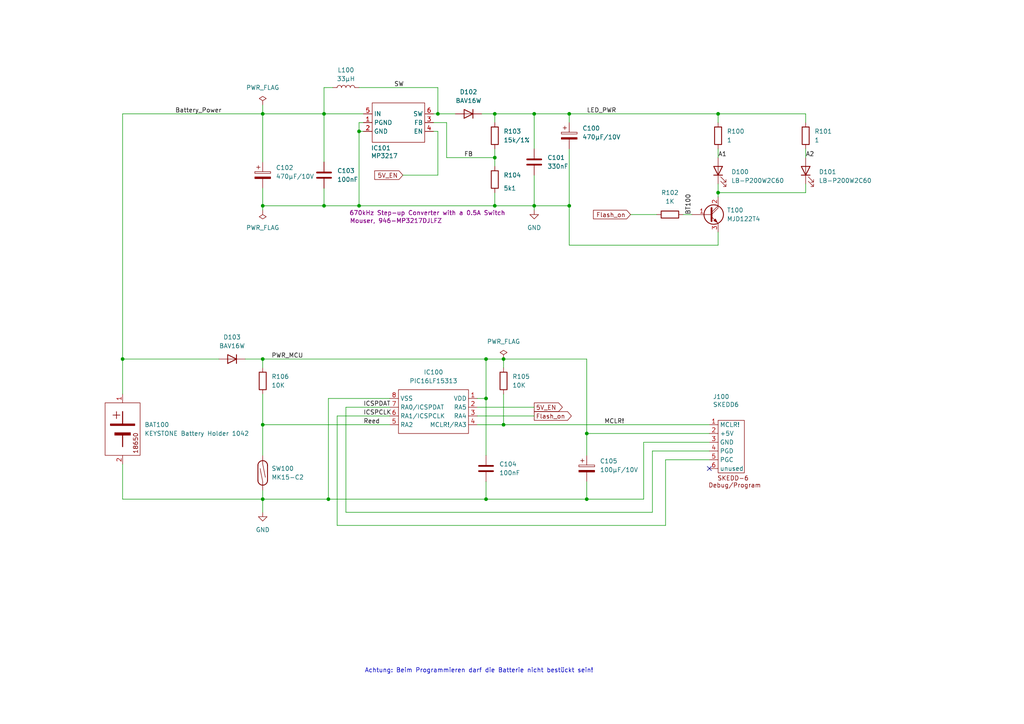
<source format=kicad_sch>
(kicad_sch
	(version 20231120)
	(generator "eeschema")
	(generator_version "8.0")
	(uuid "8793d397-4857-4d8c-82fd-911b480aa28f")
	(paper "A4")
	(title_block
		(title "LED Flasher")
		(date "2024-09-27")
		(rev "0.0.1")
		(company "Ingenieurbüro für Elektrotechnik")
		(comment 1 "Dipl.-Ing. Jürgen Eggeling")
	)
	(lib_symbols
		(symbol "Device:C"
			(pin_numbers hide)
			(pin_names
				(offset 0.254)
			)
			(exclude_from_sim no)
			(in_bom yes)
			(on_board yes)
			(property "Reference" "C"
				(at 0.635 2.54 0)
				(effects
					(font
						(size 1.27 1.27)
					)
					(justify left)
				)
			)
			(property "Value" "C"
				(at 0.635 -2.54 0)
				(effects
					(font
						(size 1.27 1.27)
					)
					(justify left)
				)
			)
			(property "Footprint" ""
				(at 0.9652 -3.81 0)
				(effects
					(font
						(size 1.27 1.27)
					)
					(hide yes)
				)
			)
			(property "Datasheet" "~"
				(at 0 0 0)
				(effects
					(font
						(size 1.27 1.27)
					)
					(hide yes)
				)
			)
			(property "Description" "Unpolarized capacitor"
				(at 0 0 0)
				(effects
					(font
						(size 1.27 1.27)
					)
					(hide yes)
				)
			)
			(property "ki_keywords" "cap capacitor"
				(at 0 0 0)
				(effects
					(font
						(size 1.27 1.27)
					)
					(hide yes)
				)
			)
			(property "ki_fp_filters" "C_*"
				(at 0 0 0)
				(effects
					(font
						(size 1.27 1.27)
					)
					(hide yes)
				)
			)
			(symbol "C_0_1"
				(polyline
					(pts
						(xy -2.032 -0.762) (xy 2.032 -0.762)
					)
					(stroke
						(width 0.508)
						(type default)
					)
					(fill
						(type none)
					)
				)
				(polyline
					(pts
						(xy -2.032 0.762) (xy 2.032 0.762)
					)
					(stroke
						(width 0.508)
						(type default)
					)
					(fill
						(type none)
					)
				)
			)
			(symbol "C_1_1"
				(pin passive line
					(at 0 3.81 270)
					(length 2.794)
					(name "~"
						(effects
							(font
								(size 1.27 1.27)
							)
						)
					)
					(number "1"
						(effects
							(font
								(size 1.27 1.27)
							)
						)
					)
				)
				(pin passive line
					(at 0 -3.81 90)
					(length 2.794)
					(name "~"
						(effects
							(font
								(size 1.27 1.27)
							)
						)
					)
					(number "2"
						(effects
							(font
								(size 1.27 1.27)
							)
						)
					)
				)
			)
		)
		(symbol "Device:C_Polarized"
			(pin_numbers hide)
			(pin_names
				(offset 0.254)
			)
			(exclude_from_sim no)
			(in_bom yes)
			(on_board yes)
			(property "Reference" "C"
				(at 0.635 2.54 0)
				(effects
					(font
						(size 1.27 1.27)
					)
					(justify left)
				)
			)
			(property "Value" "C_Polarized"
				(at 0.635 -2.54 0)
				(effects
					(font
						(size 1.27 1.27)
					)
					(justify left)
				)
			)
			(property "Footprint" ""
				(at 0.9652 -3.81 0)
				(effects
					(font
						(size 1.27 1.27)
					)
					(hide yes)
				)
			)
			(property "Datasheet" "~"
				(at 0 0 0)
				(effects
					(font
						(size 1.27 1.27)
					)
					(hide yes)
				)
			)
			(property "Description" "Polarized capacitor"
				(at 0 0 0)
				(effects
					(font
						(size 1.27 1.27)
					)
					(hide yes)
				)
			)
			(property "ki_keywords" "cap capacitor"
				(at 0 0 0)
				(effects
					(font
						(size 1.27 1.27)
					)
					(hide yes)
				)
			)
			(property "ki_fp_filters" "CP_*"
				(at 0 0 0)
				(effects
					(font
						(size 1.27 1.27)
					)
					(hide yes)
				)
			)
			(symbol "C_Polarized_0_1"
				(rectangle
					(start -2.286 0.508)
					(end 2.286 1.016)
					(stroke
						(width 0)
						(type default)
					)
					(fill
						(type none)
					)
				)
				(polyline
					(pts
						(xy -1.778 2.286) (xy -0.762 2.286)
					)
					(stroke
						(width 0)
						(type default)
					)
					(fill
						(type none)
					)
				)
				(polyline
					(pts
						(xy -1.27 2.794) (xy -1.27 1.778)
					)
					(stroke
						(width 0)
						(type default)
					)
					(fill
						(type none)
					)
				)
				(rectangle
					(start 2.286 -0.508)
					(end -2.286 -1.016)
					(stroke
						(width 0)
						(type default)
					)
					(fill
						(type outline)
					)
				)
			)
			(symbol "C_Polarized_1_1"
				(pin passive line
					(at 0 3.81 270)
					(length 2.794)
					(name "~"
						(effects
							(font
								(size 1.27 1.27)
							)
						)
					)
					(number "1"
						(effects
							(font
								(size 1.27 1.27)
							)
						)
					)
				)
				(pin passive line
					(at 0 -3.81 90)
					(length 2.794)
					(name "~"
						(effects
							(font
								(size 1.27 1.27)
							)
						)
					)
					(number "2"
						(effects
							(font
								(size 1.27 1.27)
							)
						)
					)
				)
			)
		)
		(symbol "Device:L"
			(pin_numbers hide)
			(pin_names
				(offset 1.016) hide)
			(exclude_from_sim no)
			(in_bom yes)
			(on_board yes)
			(property "Reference" "L"
				(at -1.27 0 90)
				(effects
					(font
						(size 1.27 1.27)
					)
				)
			)
			(property "Value" "L"
				(at 1.905 0 90)
				(effects
					(font
						(size 1.27 1.27)
					)
				)
			)
			(property "Footprint" ""
				(at 0 0 0)
				(effects
					(font
						(size 1.27 1.27)
					)
					(hide yes)
				)
			)
			(property "Datasheet" "~"
				(at 0 0 0)
				(effects
					(font
						(size 1.27 1.27)
					)
					(hide yes)
				)
			)
			(property "Description" "Inductor"
				(at 0 0 0)
				(effects
					(font
						(size 1.27 1.27)
					)
					(hide yes)
				)
			)
			(property "ki_keywords" "inductor choke coil reactor magnetic"
				(at 0 0 0)
				(effects
					(font
						(size 1.27 1.27)
					)
					(hide yes)
				)
			)
			(property "ki_fp_filters" "Choke_* *Coil* Inductor_* L_*"
				(at 0 0 0)
				(effects
					(font
						(size 1.27 1.27)
					)
					(hide yes)
				)
			)
			(symbol "L_0_1"
				(arc
					(start 0 -2.54)
					(mid 0.6323 -1.905)
					(end 0 -1.27)
					(stroke
						(width 0)
						(type default)
					)
					(fill
						(type none)
					)
				)
				(arc
					(start 0 -1.27)
					(mid 0.6323 -0.635)
					(end 0 0)
					(stroke
						(width 0)
						(type default)
					)
					(fill
						(type none)
					)
				)
				(arc
					(start 0 0)
					(mid 0.6323 0.635)
					(end 0 1.27)
					(stroke
						(width 0)
						(type default)
					)
					(fill
						(type none)
					)
				)
				(arc
					(start 0 1.27)
					(mid 0.6323 1.905)
					(end 0 2.54)
					(stroke
						(width 0)
						(type default)
					)
					(fill
						(type none)
					)
				)
			)
			(symbol "L_1_1"
				(pin passive line
					(at 0 3.81 270)
					(length 1.27)
					(name "1"
						(effects
							(font
								(size 1.27 1.27)
							)
						)
					)
					(number "1"
						(effects
							(font
								(size 1.27 1.27)
							)
						)
					)
				)
				(pin passive line
					(at 0 -3.81 90)
					(length 1.27)
					(name "2"
						(effects
							(font
								(size 1.27 1.27)
							)
						)
					)
					(number "2"
						(effects
							(font
								(size 1.27 1.27)
							)
						)
					)
				)
			)
		)
		(symbol "Device:LED"
			(pin_numbers hide)
			(pin_names
				(offset 1.016) hide)
			(exclude_from_sim no)
			(in_bom yes)
			(on_board yes)
			(property "Reference" "D"
				(at 0 2.54 0)
				(effects
					(font
						(size 1.27 1.27)
					)
				)
			)
			(property "Value" "LED"
				(at 0 -2.54 0)
				(effects
					(font
						(size 1.27 1.27)
					)
				)
			)
			(property "Footprint" ""
				(at 0 0 0)
				(effects
					(font
						(size 1.27 1.27)
					)
					(hide yes)
				)
			)
			(property "Datasheet" "~"
				(at 0 0 0)
				(effects
					(font
						(size 1.27 1.27)
					)
					(hide yes)
				)
			)
			(property "Description" "Light emitting diode"
				(at 0 0 0)
				(effects
					(font
						(size 1.27 1.27)
					)
					(hide yes)
				)
			)
			(property "ki_keywords" "LED diode"
				(at 0 0 0)
				(effects
					(font
						(size 1.27 1.27)
					)
					(hide yes)
				)
			)
			(property "ki_fp_filters" "LED* LED_SMD:* LED_THT:*"
				(at 0 0 0)
				(effects
					(font
						(size 1.27 1.27)
					)
					(hide yes)
				)
			)
			(symbol "LED_0_1"
				(polyline
					(pts
						(xy -1.27 -1.27) (xy -1.27 1.27)
					)
					(stroke
						(width 0.254)
						(type default)
					)
					(fill
						(type none)
					)
				)
				(polyline
					(pts
						(xy -1.27 0) (xy 1.27 0)
					)
					(stroke
						(width 0)
						(type default)
					)
					(fill
						(type none)
					)
				)
				(polyline
					(pts
						(xy 1.27 -1.27) (xy 1.27 1.27) (xy -1.27 0) (xy 1.27 -1.27)
					)
					(stroke
						(width 0.254)
						(type default)
					)
					(fill
						(type none)
					)
				)
				(polyline
					(pts
						(xy -3.048 -0.762) (xy -4.572 -2.286) (xy -3.81 -2.286) (xy -4.572 -2.286) (xy -4.572 -1.524)
					)
					(stroke
						(width 0)
						(type default)
					)
					(fill
						(type none)
					)
				)
				(polyline
					(pts
						(xy -1.778 -0.762) (xy -3.302 -2.286) (xy -2.54 -2.286) (xy -3.302 -2.286) (xy -3.302 -1.524)
					)
					(stroke
						(width 0)
						(type default)
					)
					(fill
						(type none)
					)
				)
			)
			(symbol "LED_1_1"
				(pin passive line
					(at -3.81 0 0)
					(length 2.54)
					(name "K"
						(effects
							(font
								(size 1.27 1.27)
							)
						)
					)
					(number "1"
						(effects
							(font
								(size 1.27 1.27)
							)
						)
					)
				)
				(pin passive line
					(at 3.81 0 180)
					(length 2.54)
					(name "A"
						(effects
							(font
								(size 1.27 1.27)
							)
						)
					)
					(number "2"
						(effects
							(font
								(size 1.27 1.27)
							)
						)
					)
				)
			)
		)
		(symbol "Device:Q_NPN_Darlington_BCE"
			(pin_names
				(offset 0) hide)
			(exclude_from_sim no)
			(in_bom yes)
			(on_board yes)
			(property "Reference" "Q"
				(at 4.572 1.27 0)
				(effects
					(font
						(size 1.27 1.27)
					)
					(justify left)
				)
			)
			(property "Value" "Q_NPN_Darlington_BCE"
				(at 4.572 -1.27 0)
				(effects
					(font
						(size 1.27 1.27)
					)
					(justify left)
				)
			)
			(property "Footprint" ""
				(at 5.08 2.54 0)
				(effects
					(font
						(size 1.27 1.27)
					)
					(hide yes)
				)
			)
			(property "Datasheet" "~"
				(at 0 0 0)
				(effects
					(font
						(size 1.27 1.27)
					)
					(hide yes)
				)
			)
			(property "Description" "NPN Darlington transistor, base/collector/emitter"
				(at 0 0 0)
				(effects
					(font
						(size 1.27 1.27)
					)
					(hide yes)
				)
			)
			(property "ki_keywords" "transistor NPN Darlington"
				(at 0 0 0)
				(effects
					(font
						(size 1.27 1.27)
					)
					(hide yes)
				)
			)
			(symbol "Q_NPN_Darlington_BCE_0_1"
				(polyline
					(pts
						(xy 0.635 0.635) (xy 2.54 2.54)
					)
					(stroke
						(width 0)
						(type default)
					)
					(fill
						(type none)
					)
				)
				(polyline
					(pts
						(xy 0.635 -0.635) (xy 2.54 -2.54) (xy 2.54 -2.54)
					)
					(stroke
						(width 0)
						(type default)
					)
					(fill
						(type none)
					)
				)
				(polyline
					(pts
						(xy 0.635 0) (xy 2.54 1.905) (xy 2.54 2.54)
					)
					(stroke
						(width 0)
						(type default)
					)
					(fill
						(type none)
					)
				)
				(polyline
					(pts
						(xy 0.635 1.905) (xy 0.635 -1.905) (xy 0.635 -1.905)
					)
					(stroke
						(width 0.508)
						(type default)
					)
					(fill
						(type none)
					)
				)
				(polyline
					(pts
						(xy 1.27 -1.778) (xy 1.778 -1.27) (xy 2.286 -2.286) (xy 1.27 -1.778) (xy 1.27 -1.778)
					)
					(stroke
						(width 0)
						(type default)
					)
					(fill
						(type outline)
					)
				)
				(circle
					(center 1.27 0)
					(radius 2.8194)
					(stroke
						(width 0.254)
						(type default)
					)
					(fill
						(type none)
					)
				)
			)
			(symbol "Q_NPN_Darlington_BCE_1_1"
				(pin input line
					(at -5.08 0 0)
					(length 5.715)
					(name "B"
						(effects
							(font
								(size 1.27 1.27)
							)
						)
					)
					(number "1"
						(effects
							(font
								(size 1.27 1.27)
							)
						)
					)
				)
				(pin passive line
					(at 2.54 5.08 270)
					(length 2.54)
					(name "C"
						(effects
							(font
								(size 1.27 1.27)
							)
						)
					)
					(number "2"
						(effects
							(font
								(size 1.27 1.27)
							)
						)
					)
				)
				(pin passive line
					(at 2.54 -5.08 90)
					(length 2.54)
					(name "E"
						(effects
							(font
								(size 1.27 1.27)
							)
						)
					)
					(number "3"
						(effects
							(font
								(size 1.27 1.27)
							)
						)
					)
				)
			)
		)
		(symbol "Device:R"
			(pin_numbers hide)
			(pin_names
				(offset 0)
			)
			(exclude_from_sim no)
			(in_bom yes)
			(on_board yes)
			(property "Reference" "R"
				(at 2.032 0 90)
				(effects
					(font
						(size 1.27 1.27)
					)
				)
			)
			(property "Value" "R"
				(at 0 0 90)
				(effects
					(font
						(size 1.27 1.27)
					)
				)
			)
			(property "Footprint" ""
				(at -1.778 0 90)
				(effects
					(font
						(size 1.27 1.27)
					)
					(hide yes)
				)
			)
			(property "Datasheet" "~"
				(at 0 0 0)
				(effects
					(font
						(size 1.27 1.27)
					)
					(hide yes)
				)
			)
			(property "Description" "Resistor"
				(at 0 0 0)
				(effects
					(font
						(size 1.27 1.27)
					)
					(hide yes)
				)
			)
			(property "ki_keywords" "R res resistor"
				(at 0 0 0)
				(effects
					(font
						(size 1.27 1.27)
					)
					(hide yes)
				)
			)
			(property "ki_fp_filters" "R_*"
				(at 0 0 0)
				(effects
					(font
						(size 1.27 1.27)
					)
					(hide yes)
				)
			)
			(symbol "R_0_1"
				(rectangle
					(start -1.016 -2.54)
					(end 1.016 2.54)
					(stroke
						(width 0.254)
						(type default)
					)
					(fill
						(type none)
					)
				)
			)
			(symbol "R_1_1"
				(pin passive line
					(at 0 3.81 270)
					(length 1.27)
					(name "~"
						(effects
							(font
								(size 1.27 1.27)
							)
						)
					)
					(number "1"
						(effects
							(font
								(size 1.27 1.27)
							)
						)
					)
				)
				(pin passive line
					(at 0 -3.81 90)
					(length 1.27)
					(name "~"
						(effects
							(font
								(size 1.27 1.27)
							)
						)
					)
					(number "2"
						(effects
							(font
								(size 1.27 1.27)
							)
						)
					)
				)
			)
		)
		(symbol "Diode:BAV16W"
			(pin_numbers hide)
			(pin_names hide)
			(exclude_from_sim no)
			(in_bom yes)
			(on_board yes)
			(property "Reference" "D"
				(at 0 2.54 0)
				(effects
					(font
						(size 1.27 1.27)
					)
				)
			)
			(property "Value" "BAV16W"
				(at 0 -2.54 0)
				(effects
					(font
						(size 1.27 1.27)
					)
				)
			)
			(property "Footprint" "Diode_SMD:D_SOD-123"
				(at 0 -4.445 0)
				(effects
					(font
						(size 1.27 1.27)
					)
					(hide yes)
				)
			)
			(property "Datasheet" "https://www.diodes.com/assets/Datasheets/ds30086.pdf"
				(at 0 0 0)
				(effects
					(font
						(size 1.27 1.27)
					)
					(hide yes)
				)
			)
			(property "Description" "75V 0.15A Fast Switching Diode, SOD-123"
				(at 0 0 0)
				(effects
					(font
						(size 1.27 1.27)
					)
					(hide yes)
				)
			)
			(property "Sim.Device" "D"
				(at 0 0 0)
				(effects
					(font
						(size 1.27 1.27)
					)
					(hide yes)
				)
			)
			(property "Sim.Pins" "1=K 2=A"
				(at 0 0 0)
				(effects
					(font
						(size 1.27 1.27)
					)
					(hide yes)
				)
			)
			(property "ki_keywords" "diode"
				(at 0 0 0)
				(effects
					(font
						(size 1.27 1.27)
					)
					(hide yes)
				)
			)
			(property "ki_fp_filters" "D*SOD?123*"
				(at 0 0 0)
				(effects
					(font
						(size 1.27 1.27)
					)
					(hide yes)
				)
			)
			(symbol "BAV16W_0_1"
				(polyline
					(pts
						(xy -1.27 1.27) (xy -1.27 -1.27)
					)
					(stroke
						(width 0.254)
						(type default)
					)
					(fill
						(type none)
					)
				)
				(polyline
					(pts
						(xy 1.27 0) (xy -1.27 0)
					)
					(stroke
						(width 0)
						(type default)
					)
					(fill
						(type none)
					)
				)
				(polyline
					(pts
						(xy 1.27 1.27) (xy 1.27 -1.27) (xy -1.27 0) (xy 1.27 1.27)
					)
					(stroke
						(width 0.254)
						(type default)
					)
					(fill
						(type none)
					)
				)
			)
			(symbol "BAV16W_1_1"
				(pin passive line
					(at -3.81 0 0)
					(length 2.54)
					(name "K"
						(effects
							(font
								(size 1.27 1.27)
							)
						)
					)
					(number "1"
						(effects
							(font
								(size 1.27 1.27)
							)
						)
					)
				)
				(pin passive line
					(at 3.81 0 180)
					(length 2.54)
					(name "A"
						(effects
							(font
								(size 1.27 1.27)
							)
						)
					)
					(number "2"
						(effects
							(font
								(size 1.27 1.27)
							)
						)
					)
				)
			)
		)
		(symbol "MyPIC:PIC16LF15313"
			(exclude_from_sim no)
			(in_bom yes)
			(on_board yes)
			(property "Reference" "IC"
				(at -9.398 10.922 0)
				(effects
					(font
						(size 1.27 1.27)
					)
				)
			)
			(property "Value" "PIC16LF15313"
				(at -3.556 8.382 0)
				(effects
					(font
						(size 1.27 1.27)
					)
				)
			)
			(property "Footprint" "Package_SO:SSOP-8_3.9x5.05mm_P1.27mm"
				(at 10.668 -8.128 0)
				(effects
					(font
						(size 1.27 1.27)
					)
					(hide yes)
				)
			)
			(property "Datasheet" ""
				(at -8.89 5.08 0)
				(effects
					(font
						(size 1.27 1.27)
					)
					(hide yes)
				)
			)
			(property "Description" ""
				(at -8.89 5.08 0)
				(effects
					(font
						(size 1.27 1.27)
					)
					(hide yes)
				)
			)
			(symbol "PIC16LF15313_0_1"
				(rectangle
					(start -10.16 6.35)
					(end 10.16 -6.35)
					(stroke
						(width 0)
						(type default)
					)
					(fill
						(type none)
					)
				)
			)
			(symbol "PIC16LF15313_1_1"
				(pin power_in line
					(at -12.7 3.81 0)
					(length 2.54)
					(name "VDD"
						(effects
							(font
								(size 1.27 1.27)
							)
						)
					)
					(number "1"
						(effects
							(font
								(size 1.27 1.27)
							)
						)
					)
				)
				(pin bidirectional line
					(at -12.7 1.27 0)
					(length 2.54)
					(name "RA5"
						(effects
							(font
								(size 1.27 1.27)
							)
						)
					)
					(number "2"
						(effects
							(font
								(size 1.27 1.27)
							)
						)
					)
				)
				(pin bidirectional line
					(at -12.7 -1.27 0)
					(length 2.54)
					(name "RA4"
						(effects
							(font
								(size 1.27 1.27)
							)
						)
					)
					(number "3"
						(effects
							(font
								(size 1.27 1.27)
							)
						)
					)
				)
				(pin bidirectional line
					(at -12.7 -3.81 0)
					(length 2.54)
					(name "MCLR!/RA3"
						(effects
							(font
								(size 1.27 1.27)
							)
						)
					)
					(number "4"
						(effects
							(font
								(size 1.27 1.27)
							)
						)
					)
				)
				(pin bidirectional line
					(at 12.7 -3.81 180)
					(length 2.54)
					(name "RA2"
						(effects
							(font
								(size 1.27 1.27)
							)
						)
					)
					(number "5"
						(effects
							(font
								(size 1.27 1.27)
							)
						)
					)
				)
				(pin bidirectional line
					(at 12.7 -1.27 180)
					(length 2.54)
					(name "RA1/ICSPCLK"
						(effects
							(font
								(size 1.27 1.27)
							)
						)
					)
					(number "6"
						(effects
							(font
								(size 1.27 1.27)
							)
						)
					)
				)
				(pin bidirectional line
					(at 12.7 1.27 180)
					(length 2.54)
					(name "RA0/ICSPDAT"
						(effects
							(font
								(size 1.27 1.27)
							)
						)
					)
					(number "7"
						(effects
							(font
								(size 1.27 1.27)
							)
						)
					)
				)
				(pin power_in line
					(at 12.7 3.81 180)
					(length 2.54)
					(name "VSS"
						(effects
							(font
								(size 1.27 1.27)
							)
						)
					)
					(number "8"
						(effects
							(font
								(size 1.27 1.27)
							)
						)
					)
				)
			)
		)
		(symbol "MyPower:KEYSTONE_1042"
			(pin_names hide)
			(exclude_from_sim no)
			(in_bom yes)
			(on_board yes)
			(property "Reference" "BAT"
				(at 4.064 11.938 0)
				(effects
					(font
						(size 1.27 1.27)
					)
				)
			)
			(property "Value" "KEYSTONE Battery Holder 1042"
				(at 12.192 -10.16 90)
				(effects
					(font
						(size 1.27 1.27)
					)
				)
			)
			(property "Footprint" "MyPower:KEYSTONE_1042"
				(at 14.478 -13.208 90)
				(effects
					(font
						(size 1.27 1.27)
					)
					(hide yes)
				)
			)
			(property "Datasheet" ""
				(at 0 0 0)
				(effects
					(font
						(size 1.27 1.27)
					)
					(hide yes)
				)
			)
			(property "Description" "Keystone Batteriehalter für 1*18650 Lithium Batterie"
				(at 9.398 0.508 90)
				(effects
					(font
						(size 1.27 1.27)
					)
					(hide yes)
				)
			)
			(symbol "KEYSTONE_1042_0_1"
				(rectangle
					(start -5.08 7.62)
					(end 5.08 -7.62)
					(stroke
						(width 0)
						(type default)
					)
					(fill
						(type none)
					)
				)
				(rectangle
					(start -3.556 1.524)
					(end 3.556 1.016)
					(stroke
						(width 0)
						(type default)
					)
					(fill
						(type outline)
					)
				)
				(rectangle
					(start -2.286 -1.016)
					(end 2.286 -1.778)
					(stroke
						(width 0)
						(type default)
					)
					(fill
						(type outline)
					)
				)
				(polyline
					(pts
						(xy -2.794 4.064) (xy -0.762 4.064)
					)
					(stroke
						(width 0.2)
						(type default)
					)
					(fill
						(type none)
					)
				)
				(polyline
					(pts
						(xy -1.778 5.08) (xy -1.778 3.048)
					)
					(stroke
						(width 0.2)
						(type default)
					)
					(fill
						(type none)
					)
				)
				(polyline
					(pts
						(xy 0 -5.08) (xy 0 -1.27)
					)
					(stroke
						(width 0.3)
						(type default)
					)
					(fill
						(type none)
					)
				)
				(polyline
					(pts
						(xy 0 5.08) (xy 0 1.27)
					)
					(stroke
						(width 0.3)
						(type default)
					)
					(fill
						(type none)
					)
				)
			)
			(symbol "KEYSTONE_1042_1_1"
				(text "18650"
					(at 3.81 -4.064 900)
					(effects
						(font
							(size 1.27 1.27)
						)
					)
				)
				(pin power_in line
					(at 0 10.16 270)
					(length 2.54)
					(name "+"
						(effects
							(font
								(size 1.27 1.27)
							)
						)
					)
					(number "1"
						(effects
							(font
								(size 1.27 1.27)
							)
						)
					)
				)
				(pin power_in line
					(at 0 -10.16 90)
					(length 2.54)
					(name "-"
						(effects
							(font
								(size 1.27 1.27)
							)
						)
					)
					(number "2"
						(effects
							(font
								(size 1.27 1.27)
							)
						)
					)
				)
			)
		)
		(symbol "MyPower:MP3217_1"
			(exclude_from_sim no)
			(in_bom yes)
			(on_board yes)
			(property "Reference" "IC"
				(at -6.858 10.16 0)
				(effects
					(font
						(size 1.27 1.27)
					)
				)
			)
			(property "Value" "MP3217"
				(at -4.064 7.62 0)
				(effects
					(font
						(size 1.27 1.27)
					)
				)
			)
			(property "Footprint" "Package_TO_SOT_SMD:TSOT-23-6"
				(at 8.382 -6.858 0)
				(effects
					(font
						(size 1.27 1.27)
					)
					(hide yes)
				)
			)
			(property "Datasheet" ""
				(at -7.62 0 0)
				(effects
					(font
						(size 1.27 1.27)
					)
					(hide yes)
				)
			)
			(property "Description" "670kHz Step-up Converter with a 0.5A Switch"
				(at 14.732 -8.89 0)
				(effects
					(font
						(size 1.27 1.27)
					)
				)
			)
			(property "Supplier1" "Mouser, 946-MP3217DJLFZ "
				(at 6.096 -10.922 0)
				(effects
					(font
						(size 1.27 1.27)
					)
				)
			)
			(symbol "MP3217_1_1_1"
				(rectangle
					(start -7.62 5.715)
					(end 7.62 -5.715)
					(stroke
						(width 0)
						(type default)
					)
					(fill
						(type none)
					)
				)
				(pin power_in line
					(at -10.16 0 0)
					(length 2.54)
					(name "PGND"
						(effects
							(font
								(size 1.27 1.27)
							)
						)
					)
					(number "1"
						(effects
							(font
								(size 1.27 1.27)
							)
						)
					)
				)
				(pin power_in line
					(at -10.16 -2.54 0)
					(length 2.54)
					(name "GND"
						(effects
							(font
								(size 1.27 1.27)
							)
						)
					)
					(number "2"
						(effects
							(font
								(size 1.27 1.27)
							)
						)
					)
				)
				(pin input line
					(at 10.16 0 180)
					(length 2.54)
					(name "FB"
						(effects
							(font
								(size 1.27 1.27)
							)
						)
					)
					(number "3"
						(effects
							(font
								(size 1.27 1.27)
							)
						)
					)
				)
				(pin input line
					(at 10.16 -2.54 180)
					(length 2.54)
					(name "EN"
						(effects
							(font
								(size 1.27 1.27)
							)
						)
					)
					(number "4"
						(effects
							(font
								(size 1.27 1.27)
							)
						)
					)
				)
				(pin power_in line
					(at -10.16 2.54 0)
					(length 2.54)
					(name "IN"
						(effects
							(font
								(size 1.27 1.27)
							)
						)
					)
					(number "5"
						(effects
							(font
								(size 1.27 1.27)
							)
						)
					)
				)
				(pin output line
					(at 10.16 2.54 180)
					(length 2.54)
					(name "SW"
						(effects
							(font
								(size 1.27 1.27)
							)
						)
					)
					(number "6"
						(effects
							(font
								(size 1.27 1.27)
							)
						)
					)
				)
			)
		)
		(symbol "SKEDD:SKEDD-6"
			(exclude_from_sim no)
			(in_bom yes)
			(on_board yes)
			(property "Reference" "J"
				(at 3.302 4.064 0)
				(effects
					(font
						(size 1.27 1.27)
					)
				)
			)
			(property "Value" ""
				(at 0 0 0)
				(effects
					(font
						(size 1.27 1.27)
					)
				)
			)
			(property "Footprint" ""
				(at 0 0 0)
				(effects
					(font
						(size 1.27 1.27)
					)
					(hide yes)
				)
			)
			(property "Datasheet" ""
				(at 0 0 0)
				(effects
					(font
						(size 1.27 1.27)
					)
					(hide yes)
				)
			)
			(property "Description" ""
				(at 0 0 0)
				(effects
					(font
						(size 1.27 1.27)
					)
					(hide yes)
				)
			)
			(symbol "SKEDD-6_0_1"
				(rectangle
					(start 2.54 1.27)
					(end 10.16 -13.97)
					(stroke
						(width 0)
						(type default)
					)
					(fill
						(type none)
					)
				)
			)
			(symbol "SKEDD-6_1_1"
				(text "SKEDD-6 \nDebug/Program"
					(at 7.366 -16.51 0)
					(effects
						(font
							(size 1.27 1.27)
						)
					)
				)
				(pin bidirectional line
					(at 0 0 0)
					(length 2.54)
					(name "MCLR!"
						(effects
							(font
								(size 1.27 1.27)
							)
						)
					)
					(number "1"
						(effects
							(font
								(size 1.27 1.27)
							)
						)
					)
				)
				(pin power_in line
					(at 0 -2.54 0)
					(length 2.54)
					(name "+5V"
						(effects
							(font
								(size 1.27 1.27)
							)
						)
					)
					(number "2"
						(effects
							(font
								(size 1.27 1.27)
							)
						)
					)
				)
				(pin power_in line
					(at 0 -5.08 0)
					(length 2.54)
					(name "GND"
						(effects
							(font
								(size 1.27 1.27)
							)
						)
					)
					(number "3"
						(effects
							(font
								(size 1.27 1.27)
							)
						)
					)
				)
				(pin bidirectional line
					(at 0 -7.62 0)
					(length 2.54)
					(name "PGD"
						(effects
							(font
								(size 1.27 1.27)
							)
						)
					)
					(number "4"
						(effects
							(font
								(size 1.27 1.27)
							)
						)
					)
				)
				(pin input line
					(at 0 -10.16 0)
					(length 2.54)
					(name "PGC"
						(effects
							(font
								(size 1.27 1.27)
							)
						)
					)
					(number "5"
						(effects
							(font
								(size 1.27 1.27)
							)
						)
					)
				)
				(pin unspecified line
					(at 0 -12.7 0)
					(length 2.54)
					(name "unused"
						(effects
							(font
								(size 1.27 1.27)
							)
						)
					)
					(number "6"
						(effects
							(font
								(size 1.27 1.27)
							)
						)
					)
				)
			)
		)
		(symbol "Switch:SW_Reed"
			(pin_numbers hide)
			(pin_names
				(offset 0) hide)
			(exclude_from_sim no)
			(in_bom yes)
			(on_board yes)
			(property "Reference" "SW"
				(at 0 2.54 0)
				(effects
					(font
						(size 1.27 1.27)
					)
				)
			)
			(property "Value" "SW_Reed"
				(at 0 -2.54 0)
				(effects
					(font
						(size 1.27 1.27)
					)
				)
			)
			(property "Footprint" ""
				(at 0 0 0)
				(effects
					(font
						(size 1.27 1.27)
					)
					(hide yes)
				)
			)
			(property "Datasheet" "~"
				(at 0 0 0)
				(effects
					(font
						(size 1.27 1.27)
					)
					(hide yes)
				)
			)
			(property "Description" "reed switch"
				(at 0 0 0)
				(effects
					(font
						(size 1.27 1.27)
					)
					(hide yes)
				)
			)
			(property "ki_keywords" "reed magnetic switch"
				(at 0 0 0)
				(effects
					(font
						(size 1.27 1.27)
					)
					(hide yes)
				)
			)
			(symbol "SW_Reed_0_0"
				(arc
					(start -2.159 1.397)
					(mid -3.55 0)
					(end -2.159 -1.397)
					(stroke
						(width 0.254)
						(type default)
					)
					(fill
						(type none)
					)
				)
				(polyline
					(pts
						(xy -2.54 0) (xy 1.27 0.762)
					)
					(stroke
						(width 0)
						(type default)
					)
					(fill
						(type none)
					)
				)
				(polyline
					(pts
						(xy -2.159 -1.397) (xy 2.286 -1.397)
					)
					(stroke
						(width 0.254)
						(type default)
					)
					(fill
						(type none)
					)
				)
				(polyline
					(pts
						(xy 2.159 1.397) (xy -2.159 1.397)
					)
					(stroke
						(width 0.254)
						(type default)
					)
					(fill
						(type none)
					)
				)
				(polyline
					(pts
						(xy 2.54 0) (xy -1.27 -0.762)
					)
					(stroke
						(width 0)
						(type default)
					)
					(fill
						(type none)
					)
				)
				(arc
					(start 2.159 -1.397)
					(mid 3.55 0)
					(end 2.159 1.397)
					(stroke
						(width 0.254)
						(type default)
					)
					(fill
						(type none)
					)
				)
			)
			(symbol "SW_Reed_1_1"
				(pin passive line
					(at -5.08 0 0)
					(length 2.54)
					(name "1"
						(effects
							(font
								(size 1.27 1.27)
							)
						)
					)
					(number "1"
						(effects
							(font
								(size 1.27 1.27)
							)
						)
					)
				)
				(pin passive line
					(at 5.08 0 180)
					(length 2.54)
					(name "2"
						(effects
							(font
								(size 1.27 1.27)
							)
						)
					)
					(number "2"
						(effects
							(font
								(size 1.27 1.27)
							)
						)
					)
				)
			)
		)
		(symbol "power:GND"
			(power)
			(pin_numbers hide)
			(pin_names
				(offset 0) hide)
			(exclude_from_sim no)
			(in_bom yes)
			(on_board yes)
			(property "Reference" "#PWR"
				(at 0 -6.35 0)
				(effects
					(font
						(size 1.27 1.27)
					)
					(hide yes)
				)
			)
			(property "Value" "GND"
				(at 0 -3.81 0)
				(effects
					(font
						(size 1.27 1.27)
					)
				)
			)
			(property "Footprint" ""
				(at 0 0 0)
				(effects
					(font
						(size 1.27 1.27)
					)
					(hide yes)
				)
			)
			(property "Datasheet" ""
				(at 0 0 0)
				(effects
					(font
						(size 1.27 1.27)
					)
					(hide yes)
				)
			)
			(property "Description" "Power symbol creates a global label with name \"GND\" , ground"
				(at 0 0 0)
				(effects
					(font
						(size 1.27 1.27)
					)
					(hide yes)
				)
			)
			(property "ki_keywords" "global power"
				(at 0 0 0)
				(effects
					(font
						(size 1.27 1.27)
					)
					(hide yes)
				)
			)
			(symbol "GND_0_1"
				(polyline
					(pts
						(xy 0 0) (xy 0 -1.27) (xy 1.27 -1.27) (xy 0 -2.54) (xy -1.27 -1.27) (xy 0 -1.27)
					)
					(stroke
						(width 0)
						(type default)
					)
					(fill
						(type none)
					)
				)
			)
			(symbol "GND_1_1"
				(pin power_in line
					(at 0 0 270)
					(length 0)
					(name "~"
						(effects
							(font
								(size 1.27 1.27)
							)
						)
					)
					(number "1"
						(effects
							(font
								(size 1.27 1.27)
							)
						)
					)
				)
			)
		)
		(symbol "power:PWR_FLAG"
			(power)
			(pin_numbers hide)
			(pin_names
				(offset 0) hide)
			(exclude_from_sim no)
			(in_bom yes)
			(on_board yes)
			(property "Reference" "#FLG"
				(at 0 1.905 0)
				(effects
					(font
						(size 1.27 1.27)
					)
					(hide yes)
				)
			)
			(property "Value" "PWR_FLAG"
				(at 0 3.81 0)
				(effects
					(font
						(size 1.27 1.27)
					)
				)
			)
			(property "Footprint" ""
				(at 0 0 0)
				(effects
					(font
						(size 1.27 1.27)
					)
					(hide yes)
				)
			)
			(property "Datasheet" "~"
				(at 0 0 0)
				(effects
					(font
						(size 1.27 1.27)
					)
					(hide yes)
				)
			)
			(property "Description" "Special symbol for telling ERC where power comes from"
				(at 0 0 0)
				(effects
					(font
						(size 1.27 1.27)
					)
					(hide yes)
				)
			)
			(property "ki_keywords" "flag power"
				(at 0 0 0)
				(effects
					(font
						(size 1.27 1.27)
					)
					(hide yes)
				)
			)
			(symbol "PWR_FLAG_0_0"
				(pin power_out line
					(at 0 0 90)
					(length 0)
					(name "~"
						(effects
							(font
								(size 1.27 1.27)
							)
						)
					)
					(number "1"
						(effects
							(font
								(size 1.27 1.27)
							)
						)
					)
				)
			)
			(symbol "PWR_FLAG_0_1"
				(polyline
					(pts
						(xy 0 0) (xy 0 1.27) (xy -1.016 1.905) (xy 0 2.54) (xy 1.016 1.905) (xy 0 1.27)
					)
					(stroke
						(width 0)
						(type default)
					)
					(fill
						(type none)
					)
				)
			)
		)
	)
	(junction
		(at 76.2 33.02)
		(diameter 0)
		(color 0 0 0 0)
		(uuid "01954540-1279-479e-8174-6c1892c5cacc")
	)
	(junction
		(at 35.56 104.14)
		(diameter 0)
		(color 0 0 0 0)
		(uuid "0d62390c-6592-49c0-adb6-55d7ef63942d")
	)
	(junction
		(at 104.14 59.69)
		(diameter 0)
		(color 0 0 0 0)
		(uuid "16475e08-5d90-4e83-8163-78fbcdb8a93a")
	)
	(junction
		(at 170.18 125.73)
		(diameter 0)
		(color 0 0 0 0)
		(uuid "1a0bb514-557f-4d41-a00d-04a3586fd873")
	)
	(junction
		(at 165.1 33.02)
		(diameter 0)
		(color 0 0 0 0)
		(uuid "1b5603dd-32ba-4947-aede-6acf39fd0ff7")
	)
	(junction
		(at 208.28 33.02)
		(diameter 0)
		(color 0 0 0 0)
		(uuid "27a80bf8-f1a9-478f-80ca-8cb2ad36806c")
	)
	(junction
		(at 143.51 59.69)
		(diameter 0)
		(color 0 0 0 0)
		(uuid "2937cb74-ab8a-4188-b226-ac70e0bc5a03")
	)
	(junction
		(at 170.18 144.78)
		(diameter 0)
		(color 0 0 0 0)
		(uuid "2c5139d2-a032-4a5c-ab77-9c16f5cb945f")
	)
	(junction
		(at 140.97 144.78)
		(diameter 0)
		(color 0 0 0 0)
		(uuid "2d0df9c4-8d08-4c8c-93e7-0c24f875033a")
	)
	(junction
		(at 95.25 144.78)
		(diameter 0)
		(color 0 0 0 0)
		(uuid "3a64a31f-2116-48b2-8ae2-7db359adfbc4")
	)
	(junction
		(at 154.94 59.69)
		(diameter 0)
		(color 0 0 0 0)
		(uuid "44194cc9-1bd5-4203-b35d-c1b8b7dbf649")
	)
	(junction
		(at 154.94 33.02)
		(diameter 0)
		(color 0 0 0 0)
		(uuid "53b22794-6ec2-4d8d-b52f-809c812218b1")
	)
	(junction
		(at 140.97 104.14)
		(diameter 0)
		(color 0 0 0 0)
		(uuid "5b3213ba-0016-4738-be0b-81cfc8f9d9b0")
	)
	(junction
		(at 76.2 59.69)
		(diameter 0)
		(color 0 0 0 0)
		(uuid "71f5d4cf-34cd-4099-b42d-c737f937a5a9")
	)
	(junction
		(at 165.1 59.69)
		(diameter 0)
		(color 0 0 0 0)
		(uuid "73ea8ab3-2c61-4b9f-9cc8-7e4c5bf15dd5")
	)
	(junction
		(at 76.2 104.14)
		(diameter 0)
		(color 0 0 0 0)
		(uuid "7506c4ec-5b1b-4aaf-8ca9-599850f2c4e3")
	)
	(junction
		(at 143.51 33.02)
		(diameter 0)
		(color 0 0 0 0)
		(uuid "831e96aa-26ab-4ab0-8904-87dc89b777ce")
	)
	(junction
		(at 127 33.02)
		(diameter 0)
		(color 0 0 0 0)
		(uuid "8cf6d25d-0700-4eea-8ac1-3ab62ccecc12")
	)
	(junction
		(at 93.98 33.02)
		(diameter 0)
		(color 0 0 0 0)
		(uuid "9765a052-d8a2-4b76-95b4-35bc620fba1b")
	)
	(junction
		(at 76.2 123.19)
		(diameter 0)
		(color 0 0 0 0)
		(uuid "9f9513ba-9a9a-45fb-9811-df944d16c18f")
	)
	(junction
		(at 76.2 144.78)
		(diameter 0)
		(color 0 0 0 0)
		(uuid "aed7a3dc-0a26-4b0d-92cc-62464205bdcc")
	)
	(junction
		(at 146.05 123.19)
		(diameter 0)
		(color 0 0 0 0)
		(uuid "b64b3061-8a8a-49e7-a2d5-b87cdb7a6fe7")
	)
	(junction
		(at 93.98 59.69)
		(diameter 0)
		(color 0 0 0 0)
		(uuid "bab1c25b-bdaa-4ce4-abfd-7c5c6d9bc1e6")
	)
	(junction
		(at 146.05 104.14)
		(diameter 0)
		(color 0 0 0 0)
		(uuid "bbaa1697-3c5b-40fa-8123-110b74f4a718")
	)
	(junction
		(at 208.28 55.88)
		(diameter 0)
		(color 0 0 0 0)
		(uuid "dbdbad68-bc8b-40a0-bb46-4584e1a42b95")
	)
	(junction
		(at 104.14 38.1)
		(diameter 0)
		(color 0 0 0 0)
		(uuid "e070ece6-ff73-4082-9ad5-1773912640e9")
	)
	(junction
		(at 143.51 45.72)
		(diameter 0)
		(color 0 0 0 0)
		(uuid "ef04e5e8-1ad5-443e-bd9f-e0493c870ca0")
	)
	(junction
		(at 140.97 115.57)
		(diameter 0)
		(color 0 0 0 0)
		(uuid "f2d190fb-7436-4050-a107-3ebdc71492bf")
	)
	(no_connect
		(at 205.74 135.89)
		(uuid "d179e760-f6ec-40ec-8118-2dc7363be139")
	)
	(wire
		(pts
			(xy 35.56 33.02) (xy 76.2 33.02)
		)
		(stroke
			(width 0)
			(type default)
		)
		(uuid "01495f9b-6c20-4c19-a497-e3a8b0217121")
	)
	(wire
		(pts
			(xy 104.14 35.56) (xy 104.14 38.1)
		)
		(stroke
			(width 0)
			(type default)
		)
		(uuid "03040ef3-4c4f-437b-af8e-31d7b3a6bdfd")
	)
	(wire
		(pts
			(xy 113.03 115.57) (xy 95.25 115.57)
		)
		(stroke
			(width 0)
			(type default)
		)
		(uuid "08ce3128-49da-4a8b-83f1-7ac433375eda")
	)
	(wire
		(pts
			(xy 143.51 33.02) (xy 154.94 33.02)
		)
		(stroke
			(width 0)
			(type default)
		)
		(uuid "0925e4b9-6795-4e67-aa90-4a25c0d253a3")
	)
	(wire
		(pts
			(xy 76.2 142.24) (xy 76.2 144.78)
		)
		(stroke
			(width 0)
			(type default)
		)
		(uuid "09d85df9-2f10-48e6-9792-659060936435")
	)
	(wire
		(pts
			(xy 143.51 55.88) (xy 143.51 59.69)
		)
		(stroke
			(width 0)
			(type default)
		)
		(uuid "0c79407e-0fdb-4cfa-81f8-9364b596a0b3")
	)
	(wire
		(pts
			(xy 208.28 71.12) (xy 165.1 71.12)
		)
		(stroke
			(width 0)
			(type default)
		)
		(uuid "0c9b5892-bbf7-47c2-8a39-0f39559e2a3e")
	)
	(wire
		(pts
			(xy 140.97 139.7) (xy 140.97 144.78)
		)
		(stroke
			(width 0)
			(type default)
		)
		(uuid "0d9c82cc-4fd0-450d-87be-01252f6dc89a")
	)
	(wire
		(pts
			(xy 95.25 115.57) (xy 95.25 144.78)
		)
		(stroke
			(width 0)
			(type default)
		)
		(uuid "1554b527-3546-474e-96a1-e7a467237fa0")
	)
	(wire
		(pts
			(xy 76.2 144.78) (xy 76.2 148.59)
		)
		(stroke
			(width 0)
			(type default)
		)
		(uuid "19337e59-7cb6-4efe-8fee-f41e79cf28a9")
	)
	(wire
		(pts
			(xy 104.14 59.69) (xy 93.98 59.69)
		)
		(stroke
			(width 0)
			(type default)
		)
		(uuid "1a4dd30b-783a-4417-ad67-5ea34919dab7")
	)
	(wire
		(pts
			(xy 93.98 25.4) (xy 96.52 25.4)
		)
		(stroke
			(width 0)
			(type default)
		)
		(uuid "1a9d8764-1885-4750-8423-cce57e848d47")
	)
	(wire
		(pts
			(xy 193.04 152.4) (xy 97.79 152.4)
		)
		(stroke
			(width 0)
			(type default)
		)
		(uuid "1d9f8980-8429-4682-bc4f-a7290bcf4e72")
	)
	(wire
		(pts
			(xy 97.79 152.4) (xy 97.79 120.65)
		)
		(stroke
			(width 0)
			(type default)
		)
		(uuid "2495c5a3-1d06-4460-a018-a894c0df02af")
	)
	(wire
		(pts
			(xy 140.97 115.57) (xy 140.97 132.08)
		)
		(stroke
			(width 0)
			(type default)
		)
		(uuid "25ec2af2-d453-4509-9cd8-19440cdbe08e")
	)
	(wire
		(pts
			(xy 76.2 30.48) (xy 76.2 33.02)
		)
		(stroke
			(width 0)
			(type default)
		)
		(uuid "27718ace-5279-4823-8a1c-587e50bf27c8")
	)
	(wire
		(pts
			(xy 129.54 35.56) (xy 125.73 35.56)
		)
		(stroke
			(width 0)
			(type default)
		)
		(uuid "2888df7b-d586-483a-acc4-d67927863638")
	)
	(wire
		(pts
			(xy 146.05 123.19) (xy 205.74 123.19)
		)
		(stroke
			(width 0)
			(type default)
		)
		(uuid "2a05d20f-eb22-42eb-9f0d-cb94e2c9fa89")
	)
	(wire
		(pts
			(xy 165.1 33.02) (xy 208.28 33.02)
		)
		(stroke
			(width 0)
			(type default)
		)
		(uuid "2f06d9a1-ac83-4b37-9c34-ec36fe33f1f3")
	)
	(wire
		(pts
			(xy 193.04 133.35) (xy 205.74 133.35)
		)
		(stroke
			(width 0)
			(type default)
		)
		(uuid "382bc2e6-e613-4c99-a8f2-9671111b88bb")
	)
	(wire
		(pts
			(xy 140.97 104.14) (xy 76.2 104.14)
		)
		(stroke
			(width 0)
			(type default)
		)
		(uuid "38af0382-922a-410f-8689-258d70541e53")
	)
	(wire
		(pts
			(xy 127 25.4) (xy 127 33.02)
		)
		(stroke
			(width 0)
			(type default)
		)
		(uuid "3bac9a0e-a552-4974-bf76-2468f23652aa")
	)
	(wire
		(pts
			(xy 76.2 33.02) (xy 76.2 46.99)
		)
		(stroke
			(width 0)
			(type default)
		)
		(uuid "3c51afce-c87c-48bc-8c19-3c2c6d19d3f6")
	)
	(wire
		(pts
			(xy 154.94 33.02) (xy 154.94 43.18)
		)
		(stroke
			(width 0)
			(type default)
		)
		(uuid "4412fcf6-fe74-4d8e-a9ab-0a1bf5daf767")
	)
	(wire
		(pts
			(xy 140.97 144.78) (xy 170.18 144.78)
		)
		(stroke
			(width 0)
			(type default)
		)
		(uuid "44e71742-e8b9-4caa-a3c8-f74e11fd61b9")
	)
	(wire
		(pts
			(xy 138.43 123.19) (xy 146.05 123.19)
		)
		(stroke
			(width 0)
			(type default)
		)
		(uuid "45b4d518-0ef9-47c2-82ab-3dba58dee25d")
	)
	(wire
		(pts
			(xy 208.28 33.02) (xy 233.68 33.02)
		)
		(stroke
			(width 0)
			(type default)
		)
		(uuid "4c9899d2-2c1f-4a9d-aa47-636379606ea9")
	)
	(wire
		(pts
			(xy 76.2 144.78) (xy 95.25 144.78)
		)
		(stroke
			(width 0)
			(type default)
		)
		(uuid "4f42fc4e-fd14-4e8b-aa64-52c30dc23713")
	)
	(wire
		(pts
			(xy 76.2 104.14) (xy 76.2 106.68)
		)
		(stroke
			(width 0)
			(type default)
		)
		(uuid "50ffd8b3-d1fd-42e9-b05f-d5453a35c2e5")
	)
	(wire
		(pts
			(xy 143.51 33.02) (xy 143.51 35.56)
		)
		(stroke
			(width 0)
			(type default)
		)
		(uuid "523e8fc6-38ac-470a-be28-7a11c53a724b")
	)
	(wire
		(pts
			(xy 143.51 43.18) (xy 143.51 45.72)
		)
		(stroke
			(width 0)
			(type default)
		)
		(uuid "545fc5bf-8059-426c-866d-120a93f3d276")
	)
	(wire
		(pts
			(xy 205.74 128.27) (xy 186.69 128.27)
		)
		(stroke
			(width 0)
			(type default)
		)
		(uuid "549c3c33-285b-439f-92f6-ece667e25231")
	)
	(wire
		(pts
			(xy 233.68 33.02) (xy 233.68 35.56)
		)
		(stroke
			(width 0)
			(type default)
		)
		(uuid "568e252a-ffb1-4e97-817d-7dbd3328b249")
	)
	(wire
		(pts
			(xy 35.56 104.14) (xy 35.56 33.02)
		)
		(stroke
			(width 0)
			(type default)
		)
		(uuid "582c1277-6fa3-444f-af96-d1448f45001e")
	)
	(wire
		(pts
			(xy 93.98 59.69) (xy 93.98 54.61)
		)
		(stroke
			(width 0)
			(type default)
		)
		(uuid "587332c0-2cce-4807-a487-b32b33d42bba")
	)
	(wire
		(pts
			(xy 35.56 104.14) (xy 35.56 114.3)
		)
		(stroke
			(width 0)
			(type default)
		)
		(uuid "5e00126e-a1ac-414f-aa68-010a73132a12")
	)
	(wire
		(pts
			(xy 138.43 120.65) (xy 154.94 120.65)
		)
		(stroke
			(width 0)
			(type default)
		)
		(uuid "60f9539b-04e0-43e7-a416-36429047d8dd")
	)
	(wire
		(pts
			(xy 93.98 59.69) (xy 76.2 59.69)
		)
		(stroke
			(width 0)
			(type default)
		)
		(uuid "633990ee-f736-4fe2-8321-83bcc3efdad1")
	)
	(wire
		(pts
			(xy 198.12 62.23) (xy 200.66 62.23)
		)
		(stroke
			(width 0)
			(type default)
		)
		(uuid "6502b688-ae01-42d6-a084-fb1d533669aa")
	)
	(wire
		(pts
			(xy 105.41 33.02) (xy 93.98 33.02)
		)
		(stroke
			(width 0)
			(type default)
		)
		(uuid "65d49de2-5bcd-4f64-bf85-e2a07430fbeb")
	)
	(wire
		(pts
			(xy 104.14 25.4) (xy 127 25.4)
		)
		(stroke
			(width 0)
			(type default)
		)
		(uuid "6b9bff54-55cc-4f78-802a-ca0ec126a540")
	)
	(wire
		(pts
			(xy 165.1 43.18) (xy 165.1 59.69)
		)
		(stroke
			(width 0)
			(type default)
		)
		(uuid "6c1c6267-0443-433d-b8e6-61e7a8f41c03")
	)
	(wire
		(pts
			(xy 208.28 43.18) (xy 208.28 45.72)
		)
		(stroke
			(width 0)
			(type default)
		)
		(uuid "6c8df314-38b0-43bb-9bd0-4a729f0bdcb8")
	)
	(wire
		(pts
			(xy 93.98 25.4) (xy 93.98 33.02)
		)
		(stroke
			(width 0)
			(type default)
		)
		(uuid "6fa183ba-a6cc-4ab2-88ce-b38f4745b527")
	)
	(wire
		(pts
			(xy 140.97 104.14) (xy 146.05 104.14)
		)
		(stroke
			(width 0)
			(type default)
		)
		(uuid "705d71ee-a91d-4391-8ef1-29e28d0c423f")
	)
	(wire
		(pts
			(xy 186.69 128.27) (xy 186.69 144.78)
		)
		(stroke
			(width 0)
			(type default)
		)
		(uuid "711386e5-c049-4812-8440-1866c9757dcf")
	)
	(wire
		(pts
			(xy 154.94 59.69) (xy 154.94 60.96)
		)
		(stroke
			(width 0)
			(type default)
		)
		(uuid "73542994-3b6f-41a2-9190-2189a19ab93f")
	)
	(wire
		(pts
			(xy 139.7 33.02) (xy 143.51 33.02)
		)
		(stroke
			(width 0)
			(type default)
		)
		(uuid "741a8bf2-ee93-45a7-94e2-93ba7ee24fcc")
	)
	(wire
		(pts
			(xy 125.73 38.1) (xy 127 38.1)
		)
		(stroke
			(width 0)
			(type default)
		)
		(uuid "75e5b48b-31c8-4a3e-8aa9-d7cbcb87ec53")
	)
	(wire
		(pts
			(xy 233.68 53.34) (xy 233.68 55.88)
		)
		(stroke
			(width 0)
			(type default)
		)
		(uuid "766313ef-6e83-4f2e-a11a-2fec58b9999f")
	)
	(wire
		(pts
			(xy 100.33 118.11) (xy 100.33 148.59)
		)
		(stroke
			(width 0)
			(type default)
		)
		(uuid "799c218b-ac25-45f7-b5ca-9b6234ba1e97")
	)
	(wire
		(pts
			(xy 182.88 62.23) (xy 190.5 62.23)
		)
		(stroke
			(width 0)
			(type default)
		)
		(uuid "7dd468f8-aef2-42b0-a62d-9a424ca837ea")
	)
	(wire
		(pts
			(xy 138.43 115.57) (xy 140.97 115.57)
		)
		(stroke
			(width 0)
			(type default)
		)
		(uuid "883c2ad9-5a60-4eea-baca-64b8c75dbba6")
	)
	(wire
		(pts
			(xy 170.18 139.7) (xy 170.18 144.78)
		)
		(stroke
			(width 0)
			(type default)
		)
		(uuid "89b613fe-ec2a-4e61-b40f-c6d1ef819ea3")
	)
	(wire
		(pts
			(xy 116.84 50.8) (xy 127 50.8)
		)
		(stroke
			(width 0)
			(type default)
		)
		(uuid "8a3eb473-0796-486f-9f48-d4bedff6914d")
	)
	(wire
		(pts
			(xy 170.18 125.73) (xy 205.74 125.73)
		)
		(stroke
			(width 0)
			(type default)
		)
		(uuid "8b85748c-3aa6-45cb-92a2-755684a7d7ce")
	)
	(wire
		(pts
			(xy 127 33.02) (xy 132.08 33.02)
		)
		(stroke
			(width 0)
			(type default)
		)
		(uuid "8cbd737a-0448-48e9-af91-1f42abdf16a1")
	)
	(wire
		(pts
			(xy 165.1 71.12) (xy 165.1 59.69)
		)
		(stroke
			(width 0)
			(type default)
		)
		(uuid "8f42e4cf-22c5-4dad-a77b-58b791d56e63")
	)
	(wire
		(pts
			(xy 104.14 59.69) (xy 104.14 38.1)
		)
		(stroke
			(width 0)
			(type default)
		)
		(uuid "8fb16340-0e30-4b01-9e79-ddc4e85bd122")
	)
	(wire
		(pts
			(xy 93.98 33.02) (xy 93.98 46.99)
		)
		(stroke
			(width 0)
			(type default)
		)
		(uuid "945b3f5f-549d-415f-ad6f-b5acfba5b299")
	)
	(wire
		(pts
			(xy 35.56 134.62) (xy 35.56 144.78)
		)
		(stroke
			(width 0)
			(type default)
		)
		(uuid "94cace17-4d05-47d1-900a-60e8c4779383")
	)
	(wire
		(pts
			(xy 146.05 104.14) (xy 170.18 104.14)
		)
		(stroke
			(width 0)
			(type default)
		)
		(uuid "96d718f1-5608-46c5-bd7c-055398e7e1a7")
	)
	(wire
		(pts
			(xy 154.94 50.8) (xy 154.94 59.69)
		)
		(stroke
			(width 0)
			(type default)
		)
		(uuid "99735f97-38ab-4ee8-bd38-f756ac2a6339")
	)
	(wire
		(pts
			(xy 170.18 104.14) (xy 170.18 125.73)
		)
		(stroke
			(width 0)
			(type default)
		)
		(uuid "9e1c3bb8-1ece-4fd9-8d8c-62f094ccbc63")
	)
	(wire
		(pts
			(xy 93.98 33.02) (xy 76.2 33.02)
		)
		(stroke
			(width 0)
			(type default)
		)
		(uuid "a3c54a28-ccd6-42b8-b8d3-ece4c46e242a")
	)
	(wire
		(pts
			(xy 233.68 43.18) (xy 233.68 45.72)
		)
		(stroke
			(width 0)
			(type default)
		)
		(uuid "a5b86df0-c989-420a-bc65-4af8d1ebd546")
	)
	(wire
		(pts
			(xy 208.28 67.31) (xy 208.28 71.12)
		)
		(stroke
			(width 0)
			(type default)
		)
		(uuid "a89cfd85-dc67-4170-b130-6131843dc0ee")
	)
	(wire
		(pts
			(xy 208.28 53.34) (xy 208.28 55.88)
		)
		(stroke
			(width 0)
			(type default)
		)
		(uuid "aaeec02a-e35f-4b56-8e5e-5e8a1668535c")
	)
	(wire
		(pts
			(xy 193.04 133.35) (xy 193.04 152.4)
		)
		(stroke
			(width 0)
			(type default)
		)
		(uuid "ae3f1698-773e-4937-a1e2-4267da2f3b15")
	)
	(wire
		(pts
			(xy 165.1 35.56) (xy 165.1 33.02)
		)
		(stroke
			(width 0)
			(type default)
		)
		(uuid "ae617d4f-6270-48f8-99e1-d77a8892e9ea")
	)
	(wire
		(pts
			(xy 125.73 33.02) (xy 127 33.02)
		)
		(stroke
			(width 0)
			(type default)
		)
		(uuid "b02661e0-ae8f-4280-ae3a-b7d3a955ddfd")
	)
	(wire
		(pts
			(xy 71.12 104.14) (xy 76.2 104.14)
		)
		(stroke
			(width 0)
			(type default)
		)
		(uuid "b15c87db-787a-4c54-8e0e-8ed445f58f7d")
	)
	(wire
		(pts
			(xy 76.2 114.3) (xy 76.2 123.19)
		)
		(stroke
			(width 0)
			(type default)
		)
		(uuid "b17dd7a7-9ab4-4732-995d-834654183601")
	)
	(wire
		(pts
			(xy 76.2 123.19) (xy 113.03 123.19)
		)
		(stroke
			(width 0)
			(type default)
		)
		(uuid "b5fa63c4-f371-4851-87c9-fa094b56f1b9")
	)
	(wire
		(pts
			(xy 165.1 33.02) (xy 154.94 33.02)
		)
		(stroke
			(width 0)
			(type default)
		)
		(uuid "b788590d-bd1c-48d9-8374-ba2609e88e60")
	)
	(wire
		(pts
			(xy 76.2 59.69) (xy 76.2 54.61)
		)
		(stroke
			(width 0)
			(type default)
		)
		(uuid "b9807fcc-c2ea-4b3c-baf5-ed4889fbf285")
	)
	(wire
		(pts
			(xy 129.54 45.72) (xy 129.54 35.56)
		)
		(stroke
			(width 0)
			(type default)
		)
		(uuid "ba9ebb4e-3efc-4e4c-8d66-2a9535f2d53f")
	)
	(wire
		(pts
			(xy 189.23 148.59) (xy 189.23 130.81)
		)
		(stroke
			(width 0)
			(type default)
		)
		(uuid "bc9a8ac8-24c7-4348-8968-45b1637fb850")
	)
	(wire
		(pts
			(xy 208.28 35.56) (xy 208.28 33.02)
		)
		(stroke
			(width 0)
			(type default)
		)
		(uuid "bcee9dd7-d79a-47da-b32b-df9e31feea0a")
	)
	(wire
		(pts
			(xy 127 50.8) (xy 127 38.1)
		)
		(stroke
			(width 0)
			(type default)
		)
		(uuid "bdd1df79-20f5-4c64-a1b7-30ad14cce049")
	)
	(wire
		(pts
			(xy 113.03 118.11) (xy 100.33 118.11)
		)
		(stroke
			(width 0)
			(type default)
		)
		(uuid "bef93831-895e-41bb-9985-79e5c83cd369")
	)
	(wire
		(pts
			(xy 100.33 148.59) (xy 189.23 148.59)
		)
		(stroke
			(width 0)
			(type default)
		)
		(uuid "bf5bf383-b243-4ac8-aacd-14d86f6ea935")
	)
	(wire
		(pts
			(xy 63.5 104.14) (xy 35.56 104.14)
		)
		(stroke
			(width 0)
			(type default)
		)
		(uuid "c42483ab-d9c1-42e9-bcd4-cd178fee7d9e")
	)
	(wire
		(pts
			(xy 138.43 118.11) (xy 154.94 118.11)
		)
		(stroke
			(width 0)
			(type default)
		)
		(uuid "c67b915e-ec22-4057-b947-f9dd890f820f")
	)
	(wire
		(pts
			(xy 143.51 45.72) (xy 143.51 48.26)
		)
		(stroke
			(width 0)
			(type default)
		)
		(uuid "c685ab64-1fcd-453f-b455-b9aa5838d551")
	)
	(wire
		(pts
			(xy 146.05 104.14) (xy 146.05 106.68)
		)
		(stroke
			(width 0)
			(type default)
		)
		(uuid "c6ab6399-5811-48f9-b6d0-acf2410b5a04")
	)
	(wire
		(pts
			(xy 165.1 59.69) (xy 154.94 59.69)
		)
		(stroke
			(width 0)
			(type default)
		)
		(uuid "ca1abf2f-89d2-4d45-a2d4-9be4a526cf6d")
	)
	(wire
		(pts
			(xy 208.28 55.88) (xy 233.68 55.88)
		)
		(stroke
			(width 0)
			(type default)
		)
		(uuid "d1f231bd-0512-4b25-bafa-9e1c991b9a60")
	)
	(wire
		(pts
			(xy 76.2 59.69) (xy 76.2 60.96)
		)
		(stroke
			(width 0)
			(type default)
		)
		(uuid "d2bb4679-ba24-4ff2-a496-e653d1f480cf")
	)
	(wire
		(pts
			(xy 170.18 144.78) (xy 186.69 144.78)
		)
		(stroke
			(width 0)
			(type default)
		)
		(uuid "d3a3865b-bd87-46ee-8e93-59a40dc6c2e3")
	)
	(wire
		(pts
			(xy 170.18 125.73) (xy 170.18 132.08)
		)
		(stroke
			(width 0)
			(type default)
		)
		(uuid "d49e6c88-de5e-4d5a-9edd-de64b7fd0de9")
	)
	(wire
		(pts
			(xy 104.14 59.69) (xy 143.51 59.69)
		)
		(stroke
			(width 0)
			(type default)
		)
		(uuid "d5953186-922b-4580-a80e-0d6040acd831")
	)
	(wire
		(pts
			(xy 104.14 38.1) (xy 105.41 38.1)
		)
		(stroke
			(width 0)
			(type default)
		)
		(uuid "d6acb156-6e27-4192-9c54-20f0a2bd9399")
	)
	(wire
		(pts
			(xy 143.51 59.69) (xy 154.94 59.69)
		)
		(stroke
			(width 0)
			(type default)
		)
		(uuid "daaaf875-c39e-42ad-a689-ffdcea20768a")
	)
	(wire
		(pts
			(xy 146.05 114.3) (xy 146.05 123.19)
		)
		(stroke
			(width 0)
			(type default)
		)
		(uuid "df082e53-9f29-455c-935f-c003d717221c")
	)
	(wire
		(pts
			(xy 105.41 35.56) (xy 104.14 35.56)
		)
		(stroke
			(width 0)
			(type default)
		)
		(uuid "e39cd301-6cef-4c73-b9f7-0d2860446841")
	)
	(wire
		(pts
			(xy 76.2 144.78) (xy 35.56 144.78)
		)
		(stroke
			(width 0)
			(type default)
		)
		(uuid "ed5f926e-d5b7-4d6a-bdc4-d05cafebbf4c")
	)
	(wire
		(pts
			(xy 95.25 144.78) (xy 140.97 144.78)
		)
		(stroke
			(width 0)
			(type default)
		)
		(uuid "ef3eeb57-e7a7-4c44-81e8-6540ec68f8b7")
	)
	(wire
		(pts
			(xy 97.79 120.65) (xy 113.03 120.65)
		)
		(stroke
			(width 0)
			(type default)
		)
		(uuid "f02a18aa-cf01-4033-8310-8adbb9fe2dee")
	)
	(wire
		(pts
			(xy 208.28 55.88) (xy 208.28 57.15)
		)
		(stroke
			(width 0)
			(type default)
		)
		(uuid "f0a5ae6c-bd14-4eb5-8f82-674bfc07e11b")
	)
	(wire
		(pts
			(xy 140.97 115.57) (xy 140.97 104.14)
		)
		(stroke
			(width 0)
			(type default)
		)
		(uuid "f2db97be-2552-44c1-85a4-234a7aa82443")
	)
	(wire
		(pts
			(xy 76.2 123.19) (xy 76.2 132.08)
		)
		(stroke
			(width 0)
			(type default)
		)
		(uuid "f526eecc-edf5-477b-8b0c-6acb16b45a8f")
	)
	(wire
		(pts
			(xy 189.23 130.81) (xy 205.74 130.81)
		)
		(stroke
			(width 0)
			(type default)
		)
		(uuid "f8d34448-920d-4270-b481-7a9d5ecea1b8")
	)
	(wire
		(pts
			(xy 143.51 45.72) (xy 129.54 45.72)
		)
		(stroke
			(width 0)
			(type default)
		)
		(uuid "fc9c1421-70bf-4b8c-9013-966b548f512f")
	)
	(text "Achtung: Beim Programmieren darf die Batterie nicht bestückt sein!"
		(exclude_from_sim no)
		(at 138.938 194.564 0)
		(effects
			(font
				(size 1.27 1.27)
			)
		)
		(uuid "a327a8fa-3a4d-4d38-8fab-f2ca537c49b2")
	)
	(label "ICSPCLK"
		(at 105.41 120.65 0)
		(fields_autoplaced yes)
		(effects
			(font
				(size 1.27 1.27)
			)
			(justify left bottom)
		)
		(uuid "13fe35cd-180f-4cc3-bdc6-806e8ce467b2")
	)
	(label "A2"
		(at 233.68 45.72 0)
		(fields_autoplaced yes)
		(effects
			(font
				(size 1.27 1.27)
			)
			(justify left bottom)
		)
		(uuid "1c74e3a9-b936-49b0-ad03-19ce36f340f4")
	)
	(label "Reed"
		(at 105.41 123.19 0)
		(fields_autoplaced yes)
		(effects
			(font
				(size 1.27 1.27)
			)
			(justify left bottom)
		)
		(uuid "284e1d88-38ff-43d2-a480-6c38d953e72f")
	)
	(label "ICSPDAT"
		(at 105.41 118.11 0)
		(fields_autoplaced yes)
		(effects
			(font
				(size 1.27 1.27)
			)
			(justify left bottom)
		)
		(uuid "31578b08-b319-487b-ba13-8840e4573ce9")
	)
	(label "PWR_MCU"
		(at 78.74 104.14 0)
		(fields_autoplaced yes)
		(effects
			(font
				(size 1.27 1.27)
			)
			(justify left bottom)
		)
		(uuid "32b0df98-79a8-4364-b390-39fd15ebb951")
	)
	(label "A1"
		(at 208.28 45.72 0)
		(fields_autoplaced yes)
		(effects
			(font
				(size 1.27 1.27)
			)
			(justify left bottom)
		)
		(uuid "43927072-b4b4-4212-a297-185556c9ca45")
	)
	(label "MCLR!"
		(at 175.26 123.19 0)
		(fields_autoplaced yes)
		(effects
			(font
				(size 1.27 1.27)
			)
			(justify left bottom)
		)
		(uuid "43f9140e-0989-4edd-93c5-e775d3153cae")
	)
	(label "BT100"
		(at 200.66 62.23 90)
		(fields_autoplaced yes)
		(effects
			(font
				(size 1.27 1.27)
			)
			(justify left bottom)
		)
		(uuid "d596bcc5-132b-4cb8-ad3d-bf24930304d4")
	)
	(label "SW"
		(at 114.3 25.4 0)
		(fields_autoplaced yes)
		(effects
			(font
				(size 1.27 1.27)
			)
			(justify left bottom)
		)
		(uuid "de99d797-2822-406e-ab31-cfc2de01332f")
	)
	(label "LED_PWR"
		(at 170.18 33.02 0)
		(fields_autoplaced yes)
		(effects
			(font
				(size 1.27 1.27)
			)
			(justify left bottom)
		)
		(uuid "ebfc9e9c-1b60-4e84-93ee-adfd5fd08405")
	)
	(label "FB"
		(at 134.62 45.72 0)
		(fields_autoplaced yes)
		(effects
			(font
				(size 1.27 1.27)
			)
			(justify left bottom)
		)
		(uuid "efa309c6-507e-4b9c-9619-c13ac0745f42")
	)
	(label "Battery_Power"
		(at 50.8 33.02 0)
		(fields_autoplaced yes)
		(effects
			(font
				(size 1.27 1.27)
			)
			(justify left bottom)
		)
		(uuid "f732bea1-4801-4656-887b-1d0158eb4bf7")
	)
	(global_label "Flash_on"
		(shape output)
		(at 154.94 120.65 0)
		(fields_autoplaced yes)
		(effects
			(font
				(size 1.27 1.27)
			)
			(justify left)
		)
		(uuid "04792435-cd81-4330-85b4-03d2d27e42cf")
		(property "Intersheetrefs" "${INTERSHEET_REFS}"
			(at 166.2707 120.65 0)
			(effects
				(font
					(size 1.27 1.27)
				)
				(justify left)
				(hide yes)
			)
		)
	)
	(global_label "Flash_on"
		(shape input)
		(at 182.88 62.23 180)
		(fields_autoplaced yes)
		(effects
			(font
				(size 1.27 1.27)
			)
			(justify right)
		)
		(uuid "84d5c4fd-04bd-4745-b24b-8b8736ed605b")
		(property "Intersheetrefs" "${INTERSHEET_REFS}"
			(at 171.5493 62.23 0)
			(effects
				(font
					(size 1.27 1.27)
				)
				(justify right)
				(hide yes)
			)
		)
	)
	(global_label "5V_EN"
		(shape input)
		(at 116.84 50.8 180)
		(fields_autoplaced yes)
		(effects
			(font
				(size 1.27 1.27)
			)
			(justify right)
		)
		(uuid "9fb46e10-2ea1-493a-80e4-5c78a13cd204")
		(property "Intersheetrefs" "${INTERSHEET_REFS}"
			(at 108.1096 50.8 0)
			(effects
				(font
					(size 1.27 1.27)
				)
				(justify right)
				(hide yes)
			)
		)
	)
	(global_label "5V_EN"
		(shape output)
		(at 154.94 118.11 0)
		(fields_autoplaced yes)
		(effects
			(font
				(size 1.27 1.27)
			)
			(justify left)
		)
		(uuid "a8297fbc-302f-4aae-a1a5-d737f2652b8b")
		(property "Intersheetrefs" "${INTERSHEET_REFS}"
			(at 163.6704 118.11 0)
			(effects
				(font
					(size 1.27 1.27)
				)
				(justify left)
				(hide yes)
			)
		)
	)
	(symbol
		(lib_id "Device:C_Polarized")
		(at 165.1 39.37 0)
		(unit 1)
		(exclude_from_sim no)
		(in_bom yes)
		(on_board yes)
		(dnp no)
		(fields_autoplaced yes)
		(uuid "002861a8-2852-4c59-a7e7-ef48efd3b894")
		(property "Reference" "C100"
			(at 168.91 37.2109 0)
			(effects
				(font
					(size 1.27 1.27)
				)
				(justify left)
			)
		)
		(property "Value" "470µF/10V"
			(at 168.91 39.7509 0)
			(effects
				(font
					(size 1.27 1.27)
				)
				(justify left)
			)
		)
		(property "Footprint" "Capacitor_SMD:CP_Elec_6.3x7.7"
			(at 166.0652 43.18 0)
			(effects
				(font
					(size 1.27 1.27)
				)
				(hide yes)
			)
		)
		(property "Datasheet" "~"
			(at 165.1 39.37 0)
			(effects
				(font
					(size 1.27 1.27)
				)
				(hide yes)
			)
		)
		(property "Description" "Polarized capacitor"
			(at 165.1 39.37 0)
			(effects
				(font
					(size 1.27 1.27)
				)
				(hide yes)
			)
		)
		(pin "1"
			(uuid "66e9e190-ee90-475d-bc89-3dcd76502eb8")
		)
		(pin "2"
			(uuid "f5ed4f4b-26cd-4447-9baa-c9bd13819146")
		)
		(instances
			(project ""
				(path "/8793d397-4857-4d8c-82fd-911b480aa28f"
					(reference "C100")
					(unit 1)
				)
			)
		)
	)
	(symbol
		(lib_id "Device:C_Polarized")
		(at 76.2 50.8 0)
		(unit 1)
		(exclude_from_sim no)
		(in_bom yes)
		(on_board yes)
		(dnp no)
		(fields_autoplaced yes)
		(uuid "0686e2f7-5ada-4e76-a573-26bdc0ffc6b5")
		(property "Reference" "C102"
			(at 80.01 48.6409 0)
			(effects
				(font
					(size 1.27 1.27)
				)
				(justify left)
			)
		)
		(property "Value" "470µF/10V"
			(at 80.01 51.1809 0)
			(effects
				(font
					(size 1.27 1.27)
				)
				(justify left)
			)
		)
		(property "Footprint" "Capacitor_SMD:CP_Elec_6.3x7.7"
			(at 77.1652 54.61 0)
			(effects
				(font
					(size 1.27 1.27)
				)
				(hide yes)
			)
		)
		(property "Datasheet" "~"
			(at 76.2 50.8 0)
			(effects
				(font
					(size 1.27 1.27)
				)
				(hide yes)
			)
		)
		(property "Description" "Polarized capacitor"
			(at 76.2 50.8 0)
			(effects
				(font
					(size 1.27 1.27)
				)
				(hide yes)
			)
		)
		(pin "1"
			(uuid "890b3018-f1d2-4093-91d7-19a944a77f59")
		)
		(pin "2"
			(uuid "22c3338f-6c80-4073-b3af-4acf0520b1ed")
		)
		(instances
			(project "LED_Flasher"
				(path "/8793d397-4857-4d8c-82fd-911b480aa28f"
					(reference "C102")
					(unit 1)
				)
			)
		)
	)
	(symbol
		(lib_id "Diode:BAV16W")
		(at 135.89 33.02 180)
		(unit 1)
		(exclude_from_sim no)
		(in_bom yes)
		(on_board yes)
		(dnp no)
		(fields_autoplaced yes)
		(uuid "086d9183-766f-4cf1-a8fe-890eddf39ea0")
		(property "Reference" "D102"
			(at 135.89 26.67 0)
			(effects
				(font
					(size 1.27 1.27)
				)
			)
		)
		(property "Value" "BAV16W"
			(at 135.89 29.21 0)
			(effects
				(font
					(size 1.27 1.27)
				)
			)
		)
		(property "Footprint" "Diode_SMD:D_SOD-123"
			(at 135.89 28.575 0)
			(effects
				(font
					(size 1.27 1.27)
				)
				(hide yes)
			)
		)
		(property "Datasheet" "https://www.diodes.com/assets/Datasheets/ds30086.pdf"
			(at 135.89 33.02 0)
			(effects
				(font
					(size 1.27 1.27)
				)
				(hide yes)
			)
		)
		(property "Description" "75V 0.15A Fast Switching Diode, SOD-123"
			(at 135.89 33.02 0)
			(effects
				(font
					(size 1.27 1.27)
				)
				(hide yes)
			)
		)
		(property "Sim.Device" "D"
			(at 135.89 33.02 0)
			(effects
				(font
					(size 1.27 1.27)
				)
				(hide yes)
			)
		)
		(property "Sim.Pins" "1=K 2=A"
			(at 135.89 33.02 0)
			(effects
				(font
					(size 1.27 1.27)
				)
				(hide yes)
			)
		)
		(pin "2"
			(uuid "0e08c81f-9140-4a0d-8d33-0a73396bbe93")
		)
		(pin "1"
			(uuid "ff1e537e-6396-4993-89d5-d5b463ec8da0")
		)
		(instances
			(project ""
				(path "/8793d397-4857-4d8c-82fd-911b480aa28f"
					(reference "D102")
					(unit 1)
				)
			)
		)
	)
	(symbol
		(lib_id "power:PWR_FLAG")
		(at 76.2 60.96 180)
		(unit 1)
		(exclude_from_sim no)
		(in_bom yes)
		(on_board yes)
		(dnp no)
		(fields_autoplaced yes)
		(uuid "08e426ef-1882-4f21-ae47-bb023d9362e3")
		(property "Reference" "#FLG0102"
			(at 76.2 62.865 0)
			(effects
				(font
					(size 1.27 1.27)
				)
				(hide yes)
			)
		)
		(property "Value" "PWR_FLAG"
			(at 76.2 66.04 0)
			(effects
				(font
					(size 1.27 1.27)
				)
			)
		)
		(property "Footprint" ""
			(at 76.2 60.96 0)
			(effects
				(font
					(size 1.27 1.27)
				)
				(hide yes)
			)
		)
		(property "Datasheet" "~"
			(at 76.2 60.96 0)
			(effects
				(font
					(size 1.27 1.27)
				)
				(hide yes)
			)
		)
		(property "Description" "Special symbol for telling ERC where power comes from"
			(at 76.2 60.96 0)
			(effects
				(font
					(size 1.27 1.27)
				)
				(hide yes)
			)
		)
		(pin "1"
			(uuid "86c6af38-f09a-44b2-a03f-c6c28bc6470a")
		)
		(instances
			(project ""
				(path "/8793d397-4857-4d8c-82fd-911b480aa28f"
					(reference "#FLG0102")
					(unit 1)
				)
			)
		)
	)
	(symbol
		(lib_id "Device:R")
		(at 146.05 110.49 0)
		(unit 1)
		(exclude_from_sim no)
		(in_bom yes)
		(on_board yes)
		(dnp no)
		(fields_autoplaced yes)
		(uuid "18c20c57-c3c5-4732-affc-df237d0db32f")
		(property "Reference" "R105"
			(at 148.59 109.2199 0)
			(effects
				(font
					(size 1.27 1.27)
				)
				(justify left)
			)
		)
		(property "Value" "10K"
			(at 148.59 111.7599 0)
			(effects
				(font
					(size 1.27 1.27)
				)
				(justify left)
			)
		)
		(property "Footprint" "Resistor_SMD:R_0805_2012Metric_Pad1.20x1.40mm_HandSolder"
			(at 144.272 110.49 90)
			(effects
				(font
					(size 1.27 1.27)
				)
				(hide yes)
			)
		)
		(property "Datasheet" "~"
			(at 146.05 110.49 0)
			(effects
				(font
					(size 1.27 1.27)
				)
				(hide yes)
			)
		)
		(property "Description" "Resistor"
			(at 146.05 110.49 0)
			(effects
				(font
					(size 1.27 1.27)
				)
				(hide yes)
			)
		)
		(pin "1"
			(uuid "1dc08aca-dcd7-4c67-b53d-9d964218c99a")
		)
		(pin "2"
			(uuid "4d177c6e-10cb-4dc0-b445-18414cfa2020")
		)
		(instances
			(project "LED_Flasher"
				(path "/8793d397-4857-4d8c-82fd-911b480aa28f"
					(reference "R105")
					(unit 1)
				)
			)
		)
	)
	(symbol
		(lib_id "Device:R")
		(at 233.68 39.37 0)
		(unit 1)
		(exclude_from_sim no)
		(in_bom yes)
		(on_board yes)
		(dnp no)
		(fields_autoplaced yes)
		(uuid "23e5eeee-f1dc-45d6-9d3c-03c276428a33")
		(property "Reference" "R101"
			(at 236.22 38.0999 0)
			(effects
				(font
					(size 1.27 1.27)
				)
				(justify left)
			)
		)
		(property "Value" "1"
			(at 236.22 40.6399 0)
			(effects
				(font
					(size 1.27 1.27)
				)
				(justify left)
			)
		)
		(property "Footprint" "Resistor_SMD:R_0805_2012Metric_Pad1.20x1.40mm_HandSolder"
			(at 231.902 39.37 90)
			(effects
				(font
					(size 1.27 1.27)
				)
				(hide yes)
			)
		)
		(property "Datasheet" "~"
			(at 233.68 39.37 0)
			(effects
				(font
					(size 1.27 1.27)
				)
				(hide yes)
			)
		)
		(property "Description" "Resistor"
			(at 233.68 39.37 0)
			(effects
				(font
					(size 1.27 1.27)
				)
				(hide yes)
			)
		)
		(pin "1"
			(uuid "f6ecae30-33ae-44b1-8c58-cc675c1bbe71")
		)
		(pin "2"
			(uuid "5d789928-8e50-4ff7-a75b-cdb879e7d304")
		)
		(instances
			(project "LED_Flasher"
				(path "/8793d397-4857-4d8c-82fd-911b480aa28f"
					(reference "R101")
					(unit 1)
				)
			)
		)
	)
	(symbol
		(lib_id "MyPIC:PIC16LF15313")
		(at 125.73 119.38 0)
		(mirror y)
		(unit 1)
		(exclude_from_sim no)
		(in_bom yes)
		(on_board yes)
		(dnp no)
		(uuid "293b97e9-47e7-4f1b-822d-4a6fdae2db75")
		(property "Reference" "IC100"
			(at 125.73 107.95 0)
			(effects
				(font
					(size 1.27 1.27)
				)
			)
		)
		(property "Value" "PIC16LF15313"
			(at 125.73 110.49 0)
			(effects
				(font
					(size 1.27 1.27)
				)
			)
		)
		(property "Footprint" "Package_SO:SSOP-8_3.9x5.05mm_P1.27mm"
			(at 115.062 127.508 0)
			(effects
				(font
					(size 1.27 1.27)
				)
				(hide yes)
			)
		)
		(property "Datasheet" ""
			(at 134.62 114.3 0)
			(effects
				(font
					(size 1.27 1.27)
				)
				(hide yes)
			)
		)
		(property "Description" ""
			(at 134.62 114.3 0)
			(effects
				(font
					(size 1.27 1.27)
				)
				(hide yes)
			)
		)
		(pin "2"
			(uuid "3133b0ee-8d2c-4ab5-a929-fa066d11ab42")
		)
		(pin "1"
			(uuid "141b9f05-bb5b-4315-9346-3aa6d3634f5b")
		)
		(pin "8"
			(uuid "1eb0679f-cb0a-47e1-8bcc-79136d755cbd")
		)
		(pin "6"
			(uuid "12e4ae71-8891-4a8b-934b-e84857d998c2")
		)
		(pin "3"
			(uuid "e136dcea-1e4b-47ef-b3a7-4af860c1b921")
		)
		(pin "5"
			(uuid "a9040123-7891-4584-920f-513716f47f36")
		)
		(pin "4"
			(uuid "ff6c63d6-c8d4-4294-9fe5-d19e50bb80ab")
		)
		(pin "7"
			(uuid "47027e61-4f97-4f3d-af53-e10c1a674895")
		)
		(instances
			(project ""
				(path "/8793d397-4857-4d8c-82fd-911b480aa28f"
					(reference "IC100")
					(unit 1)
				)
			)
		)
	)
	(symbol
		(lib_id "Device:C")
		(at 140.97 135.89 0)
		(unit 1)
		(exclude_from_sim no)
		(in_bom yes)
		(on_board yes)
		(dnp no)
		(fields_autoplaced yes)
		(uuid "2e3da4ee-34da-436e-b946-7070eac0ac06")
		(property "Reference" "C104"
			(at 144.78 134.6199 0)
			(effects
				(font
					(size 1.27 1.27)
				)
				(justify left)
			)
		)
		(property "Value" "100nF"
			(at 144.78 137.1599 0)
			(effects
				(font
					(size 1.27 1.27)
				)
				(justify left)
			)
		)
		(property "Footprint" "Capacitor_SMD:C_0805_2012Metric_Pad1.18x1.45mm_HandSolder"
			(at 141.9352 139.7 0)
			(effects
				(font
					(size 1.27 1.27)
				)
				(hide yes)
			)
		)
		(property "Datasheet" "~"
			(at 140.97 135.89 0)
			(effects
				(font
					(size 1.27 1.27)
				)
				(hide yes)
			)
		)
		(property "Description" "Unpolarized capacitor"
			(at 140.97 135.89 0)
			(effects
				(font
					(size 1.27 1.27)
				)
				(hide yes)
			)
		)
		(pin "1"
			(uuid "b4642ca3-a179-45a7-ad40-bbfefd103a1b")
		)
		(pin "2"
			(uuid "dad240e8-edf5-4011-ba22-d9e150cea16a")
		)
		(instances
			(project "LED_Flasher"
				(path "/8793d397-4857-4d8c-82fd-911b480aa28f"
					(reference "C104")
					(unit 1)
				)
			)
		)
	)
	(symbol
		(lib_id "Device:LED")
		(at 233.68 49.53 90)
		(unit 1)
		(exclude_from_sim no)
		(in_bom yes)
		(on_board yes)
		(dnp no)
		(fields_autoplaced yes)
		(uuid "4c2a3df3-e77a-4344-bb33-637dc366dfd6")
		(property "Reference" "D101"
			(at 237.49 49.8474 90)
			(effects
				(font
					(size 1.27 1.27)
				)
				(justify right)
			)
		)
		(property "Value" "LB-P200W2C60"
			(at 237.49 52.3874 90)
			(effects
				(font
					(size 1.27 1.27)
				)
				(justify right)
			)
		)
		(property "Footprint" "MyLED:LPB200XX"
			(at 233.68 49.53 0)
			(effects
				(font
					(size 1.27 1.27)
				)
				(hide yes)
			)
		)
		(property "Datasheet" "~"
			(at 233.68 49.53 0)
			(effects
				(font
					(size 1.27 1.27)
				)
				(hide yes)
			)
		)
		(property "Description" "Light emitting diode"
			(at 233.68 49.53 0)
			(effects
				(font
					(size 1.27 1.27)
				)
				(hide yes)
			)
		)
		(pin "1"
			(uuid "07ea8ede-cdf8-4fe4-8808-a2ef719e45cd")
		)
		(pin "2"
			(uuid "3a47ddb9-bd4b-464e-8248-5465c85a5a08")
		)
		(instances
			(project "LED_Flasher"
				(path "/8793d397-4857-4d8c-82fd-911b480aa28f"
					(reference "D101")
					(unit 1)
				)
			)
		)
	)
	(symbol
		(lib_id "Device:R")
		(at 76.2 110.49 0)
		(unit 1)
		(exclude_from_sim no)
		(in_bom yes)
		(on_board yes)
		(dnp no)
		(fields_autoplaced yes)
		(uuid "4d19f2d5-7caa-484c-ae6f-2db8f952b93d")
		(property "Reference" "R106"
			(at 78.74 109.2199 0)
			(effects
				(font
					(size 1.27 1.27)
				)
				(justify left)
			)
		)
		(property "Value" "10K"
			(at 78.74 111.7599 0)
			(effects
				(font
					(size 1.27 1.27)
				)
				(justify left)
			)
		)
		(property "Footprint" "Resistor_SMD:R_0805_2012Metric_Pad1.20x1.40mm_HandSolder"
			(at 74.422 110.49 90)
			(effects
				(font
					(size 1.27 1.27)
				)
				(hide yes)
			)
		)
		(property "Datasheet" "~"
			(at 76.2 110.49 0)
			(effects
				(font
					(size 1.27 1.27)
				)
				(hide yes)
			)
		)
		(property "Description" "Resistor"
			(at 76.2 110.49 0)
			(effects
				(font
					(size 1.27 1.27)
				)
				(hide yes)
			)
		)
		(pin "1"
			(uuid "3c0a2495-48c7-4cf4-b027-51bedcc09a19")
		)
		(pin "2"
			(uuid "c5de3acf-5097-4680-8c45-6e8bdf59533f")
		)
		(instances
			(project "LED_Flasher"
				(path "/8793d397-4857-4d8c-82fd-911b480aa28f"
					(reference "R106")
					(unit 1)
				)
			)
		)
	)
	(symbol
		(lib_id "Device:R")
		(at 143.51 52.07 0)
		(unit 1)
		(exclude_from_sim no)
		(in_bom yes)
		(on_board yes)
		(dnp no)
		(uuid "5044db36-5cd7-47a4-9eeb-da61dead4352")
		(property "Reference" "R104"
			(at 146.05 50.7999 0)
			(effects
				(font
					(size 1.27 1.27)
				)
				(justify left)
			)
		)
		(property "Value" "5k1"
			(at 146.05 54.6099 0)
			(effects
				(font
					(size 1.27 1.27)
				)
				(justify left)
			)
		)
		(property "Footprint" "Resistor_SMD:R_0805_2012Metric_Pad1.20x1.40mm_HandSolder"
			(at 141.732 52.07 90)
			(effects
				(font
					(size 1.27 1.27)
				)
				(hide yes)
			)
		)
		(property "Datasheet" "~"
			(at 143.51 52.07 0)
			(effects
				(font
					(size 1.27 1.27)
				)
				(hide yes)
			)
		)
		(property "Description" "Resistor"
			(at 143.51 52.07 0)
			(effects
				(font
					(size 1.27 1.27)
				)
				(hide yes)
			)
		)
		(pin "1"
			(uuid "89b1dee4-ff2a-4e7b-abb6-5d83dbb51641")
		)
		(pin "2"
			(uuid "1d1ace36-3e88-4f03-a1d2-9ad102f21291")
		)
		(instances
			(project ""
				(path "/8793d397-4857-4d8c-82fd-911b480aa28f"
					(reference "R104")
					(unit 1)
				)
			)
		)
	)
	(symbol
		(lib_id "power:GND")
		(at 154.94 60.96 0)
		(unit 1)
		(exclude_from_sim no)
		(in_bom yes)
		(on_board yes)
		(dnp no)
		(fields_autoplaced yes)
		(uuid "56e8ae91-129f-4c82-bd97-d9cb3295deb9")
		(property "Reference" "#PWR0102"
			(at 154.94 67.31 0)
			(effects
				(font
					(size 1.27 1.27)
				)
				(hide yes)
			)
		)
		(property "Value" "GND"
			(at 154.94 66.04 0)
			(effects
				(font
					(size 1.27 1.27)
				)
			)
		)
		(property "Footprint" ""
			(at 154.94 60.96 0)
			(effects
				(font
					(size 1.27 1.27)
				)
				(hide yes)
			)
		)
		(property "Datasheet" ""
			(at 154.94 60.96 0)
			(effects
				(font
					(size 1.27 1.27)
				)
				(hide yes)
			)
		)
		(property "Description" "Power symbol creates a global label with name \"GND\" , ground"
			(at 154.94 60.96 0)
			(effects
				(font
					(size 1.27 1.27)
				)
				(hide yes)
			)
		)
		(pin "1"
			(uuid "307a04ab-76c5-4023-9cfc-c4cebbbe709d")
		)
		(instances
			(project "LED_Flasher"
				(path "/8793d397-4857-4d8c-82fd-911b480aa28f"
					(reference "#PWR0102")
					(unit 1)
				)
			)
		)
	)
	(symbol
		(lib_id "Diode:BAV16W")
		(at 67.31 104.14 180)
		(unit 1)
		(exclude_from_sim no)
		(in_bom yes)
		(on_board yes)
		(dnp no)
		(fields_autoplaced yes)
		(uuid "8c01f9b8-cb26-467c-91f4-7b5d7c234bc5")
		(property "Reference" "D103"
			(at 67.31 97.79 0)
			(effects
				(font
					(size 1.27 1.27)
				)
			)
		)
		(property "Value" "BAV16W"
			(at 67.31 100.33 0)
			(effects
				(font
					(size 1.27 1.27)
				)
			)
		)
		(property "Footprint" "Diode_SMD:D_SOD-123"
			(at 67.31 99.695 0)
			(effects
				(font
					(size 1.27 1.27)
				)
				(hide yes)
			)
		)
		(property "Datasheet" "https://www.diodes.com/assets/Datasheets/ds30086.pdf"
			(at 67.31 104.14 0)
			(effects
				(font
					(size 1.27 1.27)
				)
				(hide yes)
			)
		)
		(property "Description" "75V 0.15A Fast Switching Diode, SOD-123"
			(at 67.31 104.14 0)
			(effects
				(font
					(size 1.27 1.27)
				)
				(hide yes)
			)
		)
		(property "Sim.Device" "D"
			(at 67.31 104.14 0)
			(effects
				(font
					(size 1.27 1.27)
				)
				(hide yes)
			)
		)
		(property "Sim.Pins" "1=K 2=A"
			(at 67.31 104.14 0)
			(effects
				(font
					(size 1.27 1.27)
				)
				(hide yes)
			)
		)
		(pin "2"
			(uuid "1e44a9f2-0236-47f4-b265-b990d847bf13")
		)
		(pin "1"
			(uuid "ea8dd01e-84c4-46c9-a12d-bba903ace6e9")
		)
		(instances
			(project "LED_Flasher"
				(path "/8793d397-4857-4d8c-82fd-911b480aa28f"
					(reference "D103")
					(unit 1)
				)
			)
		)
	)
	(symbol
		(lib_id "Device:R")
		(at 143.51 39.37 0)
		(unit 1)
		(exclude_from_sim no)
		(in_bom yes)
		(on_board yes)
		(dnp no)
		(fields_autoplaced yes)
		(uuid "9794bbd2-6af1-44ce-8816-21838f560585")
		(property "Reference" "R103"
			(at 146.05 38.0999 0)
			(effects
				(font
					(size 1.27 1.27)
				)
				(justify left)
			)
		)
		(property "Value" "15k/1%"
			(at 146.05 40.6399 0)
			(effects
				(font
					(size 1.27 1.27)
				)
				(justify left)
			)
		)
		(property "Footprint" "Resistor_SMD:R_0805_2012Metric_Pad1.20x1.40mm_HandSolder"
			(at 141.732 39.37 90)
			(effects
				(font
					(size 1.27 1.27)
				)
				(hide yes)
			)
		)
		(property "Datasheet" "~"
			(at 143.51 39.37 0)
			(effects
				(font
					(size 1.27 1.27)
				)
				(hide yes)
			)
		)
		(property "Description" "Resistor"
			(at 143.51 39.37 0)
			(effects
				(font
					(size 1.27 1.27)
				)
				(hide yes)
			)
		)
		(pin "1"
			(uuid "89b1dee4-ff2a-4e7b-abb6-5d83dbb51642")
		)
		(pin "2"
			(uuid "1d1ace36-3e88-4f03-a1d2-9ad102f21292")
		)
		(instances
			(project ""
				(path "/8793d397-4857-4d8c-82fd-911b480aa28f"
					(reference "R103")
					(unit 1)
				)
			)
		)
	)
	(symbol
		(lib_id "Device:C")
		(at 154.94 46.99 0)
		(unit 1)
		(exclude_from_sim no)
		(in_bom yes)
		(on_board yes)
		(dnp no)
		(fields_autoplaced yes)
		(uuid "a0ab26dc-73c5-4243-91d0-6f22f6f2aa3c")
		(property "Reference" "C101"
			(at 158.75 45.7199 0)
			(effects
				(font
					(size 1.27 1.27)
				)
				(justify left)
			)
		)
		(property "Value" "330nF"
			(at 158.75 48.2599 0)
			(effects
				(font
					(size 1.27 1.27)
				)
				(justify left)
			)
		)
		(property "Footprint" "Capacitor_SMD:C_0805_2012Metric_Pad1.18x1.45mm_HandSolder"
			(at 155.9052 50.8 0)
			(effects
				(font
					(size 1.27 1.27)
				)
				(hide yes)
			)
		)
		(property "Datasheet" "~"
			(at 154.94 46.99 0)
			(effects
				(font
					(size 1.27 1.27)
				)
				(hide yes)
			)
		)
		(property "Description" "Unpolarized capacitor"
			(at 154.94 46.99 0)
			(effects
				(font
					(size 1.27 1.27)
				)
				(hide yes)
			)
		)
		(pin "1"
			(uuid "104ab278-ace2-44ea-8d40-f3dbf45b3341")
		)
		(pin "2"
			(uuid "283bc691-097f-4bae-be0b-807708ea7bb2")
		)
		(instances
			(project ""
				(path "/8793d397-4857-4d8c-82fd-911b480aa28f"
					(reference "C101")
					(unit 1)
				)
			)
		)
	)
	(symbol
		(lib_id "SKEDD:SKEDD-6")
		(at 205.74 123.19 0)
		(unit 1)
		(exclude_from_sim no)
		(in_bom yes)
		(on_board yes)
		(dnp no)
		(uuid "a42c720c-e0b4-4a94-8ef2-02f0457bb291")
		(property "Reference" "J100"
			(at 206.756 115.062 0)
			(effects
				(font
					(size 1.27 1.27)
				)
				(justify left)
			)
		)
		(property "Value" "SKEDD6"
			(at 206.756 117.348 0)
			(effects
				(font
					(size 1.27 1.27)
				)
				(justify left)
			)
		)
		(property "Footprint" "MySkedd:SKEDD-6"
			(at 205.74 123.19 0)
			(effects
				(font
					(size 1.27 1.27)
				)
				(hide yes)
			)
		)
		(property "Datasheet" ""
			(at 205.74 123.19 0)
			(effects
				(font
					(size 1.27 1.27)
				)
				(hide yes)
			)
		)
		(property "Description" ""
			(at 205.74 123.19 0)
			(effects
				(font
					(size 1.27 1.27)
				)
				(hide yes)
			)
		)
		(pin "5"
			(uuid "e54321a9-b321-4859-a1c2-1e7a1c087e3a")
		)
		(pin "2"
			(uuid "ad630d56-4f6e-489e-8700-939f67b95c34")
		)
		(pin "6"
			(uuid "b3f23289-91d1-47da-bf39-92c80819f326")
		)
		(pin "1"
			(uuid "0e8ecf27-fec6-4938-93bb-37a1dd829fa7")
		)
		(pin "4"
			(uuid "ad6eee02-dba3-4f00-a1af-88f53ec492bc")
		)
		(pin "3"
			(uuid "f47b6377-e416-4854-bfb0-7abf3875abdc")
		)
		(instances
			(project "LED_Flasher"
				(path "/8793d397-4857-4d8c-82fd-911b480aa28f"
					(reference "J100")
					(unit 1)
				)
			)
		)
	)
	(symbol
		(lib_id "Device:LED")
		(at 208.28 49.53 90)
		(unit 1)
		(exclude_from_sim no)
		(in_bom yes)
		(on_board yes)
		(dnp no)
		(fields_autoplaced yes)
		(uuid "a518bf40-e8bc-464b-9666-ccb029041ccb")
		(property "Reference" "D100"
			(at 212.09 49.8474 90)
			(effects
				(font
					(size 1.27 1.27)
				)
				(justify right)
			)
		)
		(property "Value" "LB-P200W2C60"
			(at 212.09 52.3874 90)
			(effects
				(font
					(size 1.27 1.27)
				)
				(justify right)
			)
		)
		(property "Footprint" "MyLED:LPB200XX"
			(at 208.28 49.53 0)
			(effects
				(font
					(size 1.27 1.27)
				)
				(hide yes)
			)
		)
		(property "Datasheet" "~"
			(at 208.28 49.53 0)
			(effects
				(font
					(size 1.27 1.27)
				)
				(hide yes)
			)
		)
		(property "Description" "Light emitting diode"
			(at 208.28 49.53 0)
			(effects
				(font
					(size 1.27 1.27)
				)
				(hide yes)
			)
		)
		(pin "1"
			(uuid "07ea8ede-cdf8-4fe4-8808-a2ef719e45ce")
		)
		(pin "2"
			(uuid "3a47ddb9-bd4b-464e-8248-5465c85a5a09")
		)
		(instances
			(project "LED_Flasher"
				(path "/8793d397-4857-4d8c-82fd-911b480aa28f"
					(reference "D100")
					(unit 1)
				)
			)
		)
	)
	(symbol
		(lib_id "power:PWR_FLAG")
		(at 76.2 30.48 0)
		(unit 1)
		(exclude_from_sim no)
		(in_bom yes)
		(on_board yes)
		(dnp no)
		(fields_autoplaced yes)
		(uuid "b714d7b7-8e02-4f62-b063-805d62d86a73")
		(property "Reference" "#FLG0101"
			(at 76.2 28.575 0)
			(effects
				(font
					(size 1.27 1.27)
				)
				(hide yes)
			)
		)
		(property "Value" "PWR_FLAG"
			(at 76.2 25.4 0)
			(effects
				(font
					(size 1.27 1.27)
				)
			)
		)
		(property "Footprint" ""
			(at 76.2 30.48 0)
			(effects
				(font
					(size 1.27 1.27)
				)
				(hide yes)
			)
		)
		(property "Datasheet" "~"
			(at 76.2 30.48 0)
			(effects
				(font
					(size 1.27 1.27)
				)
				(hide yes)
			)
		)
		(property "Description" "Special symbol for telling ERC where power comes from"
			(at 76.2 30.48 0)
			(effects
				(font
					(size 1.27 1.27)
				)
				(hide yes)
			)
		)
		(pin "1"
			(uuid "cc1c0633-9ae6-4634-bd88-2016b0b3dce5")
		)
		(instances
			(project ""
				(path "/8793d397-4857-4d8c-82fd-911b480aa28f"
					(reference "#FLG0101")
					(unit 1)
				)
			)
		)
	)
	(symbol
		(lib_id "Device:C_Polarized")
		(at 170.18 135.89 0)
		(unit 1)
		(exclude_from_sim no)
		(in_bom yes)
		(on_board yes)
		(dnp no)
		(fields_autoplaced yes)
		(uuid "b807e3f1-22da-4f39-95e5-32febc2ff3f9")
		(property "Reference" "C105"
			(at 173.99 133.7309 0)
			(effects
				(font
					(size 1.27 1.27)
				)
				(justify left)
			)
		)
		(property "Value" "100µF/10V"
			(at 173.99 136.2709 0)
			(effects
				(font
					(size 1.27 1.27)
				)
				(justify left)
			)
		)
		(property "Footprint" "Capacitor_SMD:CP_Elec_6.3x7.7"
			(at 171.1452 139.7 0)
			(effects
				(font
					(size 1.27 1.27)
				)
				(hide yes)
			)
		)
		(property "Datasheet" "~"
			(at 170.18 135.89 0)
			(effects
				(font
					(size 1.27 1.27)
				)
				(hide yes)
			)
		)
		(property "Description" "Polarized capacitor"
			(at 170.18 135.89 0)
			(effects
				(font
					(size 1.27 1.27)
				)
				(hide yes)
			)
		)
		(pin "1"
			(uuid "00ad009b-88cc-422a-ace8-7b3232611878")
		)
		(pin "2"
			(uuid "4c46517b-97b2-4bb4-85cd-4e10b088b956")
		)
		(instances
			(project "LED_Flasher"
				(path "/8793d397-4857-4d8c-82fd-911b480aa28f"
					(reference "C105")
					(unit 1)
				)
			)
		)
	)
	(symbol
		(lib_id "power:GND")
		(at 76.2 148.59 0)
		(unit 1)
		(exclude_from_sim no)
		(in_bom yes)
		(on_board yes)
		(dnp no)
		(fields_autoplaced yes)
		(uuid "bcffa0bd-c8cc-4646-8453-f1d37cce1674")
		(property "Reference" "#PWR0107"
			(at 76.2 154.94 0)
			(effects
				(font
					(size 1.27 1.27)
				)
				(hide yes)
			)
		)
		(property "Value" "GND"
			(at 76.2 153.67 0)
			(effects
				(font
					(size 1.27 1.27)
				)
			)
		)
		(property "Footprint" ""
			(at 76.2 148.59 0)
			(effects
				(font
					(size 1.27 1.27)
				)
				(hide yes)
			)
		)
		(property "Datasheet" ""
			(at 76.2 148.59 0)
			(effects
				(font
					(size 1.27 1.27)
				)
				(hide yes)
			)
		)
		(property "Description" "Power symbol creates a global label with name \"GND\" , ground"
			(at 76.2 148.59 0)
			(effects
				(font
					(size 1.27 1.27)
				)
				(hide yes)
			)
		)
		(pin "1"
			(uuid "8bb13e39-247c-4aa4-8a68-b70ce93fafcd")
		)
		(instances
			(project "LED_Flasher"
				(path "/8793d397-4857-4d8c-82fd-911b480aa28f"
					(reference "#PWR0107")
					(unit 1)
				)
			)
		)
	)
	(symbol
		(lib_id "Device:C")
		(at 93.98 50.8 0)
		(unit 1)
		(exclude_from_sim no)
		(in_bom yes)
		(on_board yes)
		(dnp no)
		(fields_autoplaced yes)
		(uuid "bd634c65-9d76-4f3d-a0b7-986ae5cb8fb5")
		(property "Reference" "C103"
			(at 97.79 49.5299 0)
			(effects
				(font
					(size 1.27 1.27)
				)
				(justify left)
			)
		)
		(property "Value" "100nF"
			(at 97.79 52.0699 0)
			(effects
				(font
					(size 1.27 1.27)
				)
				(justify left)
			)
		)
		(property "Footprint" "Capacitor_SMD:C_0805_2012Metric_Pad1.18x1.45mm_HandSolder"
			(at 94.9452 54.61 0)
			(effects
				(font
					(size 1.27 1.27)
				)
				(hide yes)
			)
		)
		(property "Datasheet" "~"
			(at 93.98 50.8 0)
			(effects
				(font
					(size 1.27 1.27)
				)
				(hide yes)
			)
		)
		(property "Description" "Unpolarized capacitor"
			(at 93.98 50.8 0)
			(effects
				(font
					(size 1.27 1.27)
				)
				(hide yes)
			)
		)
		(pin "1"
			(uuid "66f52696-2981-4ec2-b036-8366b47ca397")
		)
		(pin "2"
			(uuid "2534540b-be89-49d1-a010-71818bfcfa72")
		)
		(instances
			(project "LED_Flasher"
				(path "/8793d397-4857-4d8c-82fd-911b480aa28f"
					(reference "C103")
					(unit 1)
				)
			)
		)
	)
	(symbol
		(lib_id "Device:Q_NPN_Darlington_BCE")
		(at 205.74 62.23 0)
		(unit 1)
		(exclude_from_sim no)
		(in_bom yes)
		(on_board yes)
		(dnp no)
		(fields_autoplaced yes)
		(uuid "c2826adf-0b01-4e7d-9140-1407b5c28559")
		(property "Reference" "T100"
			(at 210.82 60.9599 0)
			(effects
				(font
					(size 1.27 1.27)
				)
				(justify left)
			)
		)
		(property "Value" "MJD122T4"
			(at 210.82 63.4999 0)
			(effects
				(font
					(size 1.27 1.27)
				)
				(justify left)
			)
		)
		(property "Footprint" "Package_TO_SOT_SMD:TO-263-2"
			(at 210.82 59.69 0)
			(effects
				(font
					(size 1.27 1.27)
				)
				(hide yes)
			)
		)
		(property "Datasheet" "~"
			(at 205.74 62.23 0)
			(effects
				(font
					(size 1.27 1.27)
				)
				(hide yes)
			)
		)
		(property "Description" "NPN Darlington transistor, base/collector/emitter"
			(at 205.74 62.23 0)
			(effects
				(font
					(size 1.27 1.27)
				)
				(hide yes)
			)
		)
		(pin "2"
			(uuid "4d4f2f42-a618-4089-9bca-358e377f87bf")
		)
		(pin "1"
			(uuid "b262a4dc-10fd-42c1-aa71-00b48db42951")
		)
		(pin "3"
			(uuid "576c6e07-95da-4e60-a8fd-767e8bdf1126")
		)
		(instances
			(project "LED_Flasher"
				(path "/8793d397-4857-4d8c-82fd-911b480aa28f"
					(reference "T100")
					(unit 1)
				)
			)
		)
	)
	(symbol
		(lib_id "Device:R")
		(at 194.31 62.23 90)
		(unit 1)
		(exclude_from_sim no)
		(in_bom yes)
		(on_board yes)
		(dnp no)
		(fields_autoplaced yes)
		(uuid "d5e2d70f-854d-4c79-b437-623cd985713d")
		(property "Reference" "R102"
			(at 194.31 55.88 90)
			(effects
				(font
					(size 1.27 1.27)
				)
			)
		)
		(property "Value" "1K"
			(at 194.31 58.42 90)
			(effects
				(font
					(size 1.27 1.27)
				)
			)
		)
		(property "Footprint" "Resistor_SMD:R_0805_2012Metric_Pad1.20x1.40mm_HandSolder"
			(at 194.31 64.008 90)
			(effects
				(font
					(size 1.27 1.27)
				)
				(hide yes)
			)
		)
		(property "Datasheet" "~"
			(at 194.31 62.23 0)
			(effects
				(font
					(size 1.27 1.27)
				)
				(hide yes)
			)
		)
		(property "Description" "Resistor"
			(at 194.31 62.23 0)
			(effects
				(font
					(size 1.27 1.27)
				)
				(hide yes)
			)
		)
		(pin "2"
			(uuid "7cfb4bd5-bc96-4e39-b26b-c27cd8e662e8")
		)
		(pin "1"
			(uuid "173d14b2-f631-49e7-9798-bbf4655ccc63")
		)
		(instances
			(project "LED_Flasher"
				(path "/8793d397-4857-4d8c-82fd-911b480aa28f"
					(reference "R102")
					(unit 1)
				)
			)
		)
	)
	(symbol
		(lib_id "MyPower:KEYSTONE_1042")
		(at 35.56 124.46 0)
		(unit 1)
		(exclude_from_sim no)
		(in_bom yes)
		(on_board yes)
		(dnp no)
		(fields_autoplaced yes)
		(uuid "db638442-54ad-479e-89b9-d6ecb9036d6b")
		(property "Reference" "BAT100"
			(at 41.91 123.1899 0)
			(effects
				(font
					(size 1.27 1.27)
				)
				(justify left)
			)
		)
		(property "Value" "KEYSTONE Battery Holder 1042"
			(at 41.91 125.7299 0)
			(effects
				(font
					(size 1.27 1.27)
				)
				(justify left)
			)
		)
		(property "Footprint" "MyPower:KEYSTONE_1042"
			(at 70.612 105.41 90)
			(effects
				(font
					(size 1.27 1.27)
				)
				(hide yes)
			)
		)
		(property "Datasheet" ""
			(at 35.56 124.46 0)
			(effects
				(font
					(size 1.27 1.27)
				)
				(hide yes)
			)
		)
		(property "Description" "Keystone Batteriehalter für 1*18650 Lithium Batterie"
			(at 50.292 126.746 90)
			(effects
				(font
					(size 1.27 1.27)
				)
				(hide yes)
			)
		)
		(pin "1"
			(uuid "46afd827-024d-4bcd-983a-b656f85bdcf0")
		)
		(pin "2"
			(uuid "160dcacf-18e1-410d-969e-8ddcb2198719")
		)
		(instances
			(project ""
				(path "/8793d397-4857-4d8c-82fd-911b480aa28f"
					(reference "BAT100")
					(unit 1)
				)
			)
		)
	)
	(symbol
		(lib_id "Device:R")
		(at 208.28 39.37 0)
		(unit 1)
		(exclude_from_sim no)
		(in_bom yes)
		(on_board yes)
		(dnp no)
		(fields_autoplaced yes)
		(uuid "dba8aaab-b6e1-45b6-894f-4c249fea4405")
		(property "Reference" "R100"
			(at 210.82 38.0999 0)
			(effects
				(font
					(size 1.27 1.27)
				)
				(justify left)
			)
		)
		(property "Value" "1"
			(at 210.82 40.6399 0)
			(effects
				(font
					(size 1.27 1.27)
				)
				(justify left)
			)
		)
		(property "Footprint" "Resistor_SMD:R_0805_2012Metric_Pad1.20x1.40mm_HandSolder"
			(at 206.502 39.37 90)
			(effects
				(font
					(size 1.27 1.27)
				)
				(hide yes)
			)
		)
		(property "Datasheet" "~"
			(at 208.28 39.37 0)
			(effects
				(font
					(size 1.27 1.27)
				)
				(hide yes)
			)
		)
		(property "Description" "Resistor"
			(at 208.28 39.37 0)
			(effects
				(font
					(size 1.27 1.27)
				)
				(hide yes)
			)
		)
		(pin "1"
			(uuid "f6ecae30-33ae-44b1-8c58-cc675c1bbe72")
		)
		(pin "2"
			(uuid "5d789928-8e50-4ff7-a75b-cdb879e7d305")
		)
		(instances
			(project "LED_Flasher"
				(path "/8793d397-4857-4d8c-82fd-911b480aa28f"
					(reference "R100")
					(unit 1)
				)
			)
		)
	)
	(symbol
		(lib_id "Switch:SW_Reed")
		(at 76.2 137.16 90)
		(unit 1)
		(exclude_from_sim no)
		(in_bom yes)
		(on_board yes)
		(dnp no)
		(fields_autoplaced yes)
		(uuid "df662d02-fb57-4240-883d-89d419cdfb16")
		(property "Reference" "SW100"
			(at 78.74 135.8899 90)
			(effects
				(font
					(size 1.27 1.27)
				)
				(justify right)
			)
		)
		(property "Value" "MK15-C2"
			(at 78.74 138.4299 90)
			(effects
				(font
					(size 1.27 1.27)
				)
				(justify right)
			)
		)
		(property "Footprint" "MyReed:Meder MK15-C-2"
			(at 76.2 137.16 0)
			(effects
				(font
					(size 1.27 1.27)
				)
				(hide yes)
			)
		)
		(property "Datasheet" "~"
			(at 76.2 137.16 0)
			(effects
				(font
					(size 1.27 1.27)
				)
				(hide yes)
			)
		)
		(property "Description" "reed switch"
			(at 76.2 137.16 0)
			(effects
				(font
					(size 1.27 1.27)
				)
				(hide yes)
			)
		)
		(pin "1"
			(uuid "3678b1b1-64bf-4c4b-ab40-46587403778f")
		)
		(pin "2"
			(uuid "3d530814-b3d6-49d4-b73a-06cf3ff85f5d")
		)
		(instances
			(project "LED_Flasher"
				(path "/8793d397-4857-4d8c-82fd-911b480aa28f"
					(reference "SW100")
					(unit 1)
				)
			)
		)
	)
	(symbol
		(lib_id "MyPower:MP3217_1")
		(at 115.57 35.56 0)
		(unit 1)
		(exclude_from_sim no)
		(in_bom yes)
		(on_board yes)
		(dnp no)
		(uuid "f096ac7d-4a82-4b1e-8f80-bbfc459e81d6")
		(property "Reference" "IC101"
			(at 110.49 42.926 0)
			(effects
				(font
					(size 1.27 1.27)
				)
			)
		)
		(property "Value" "MP3217"
			(at 111.506 45.212 0)
			(effects
				(font
					(size 1.27 1.27)
				)
			)
		)
		(property "Footprint" "Package_TO_SOT_SMD:TSOT-23-6"
			(at 123.952 42.418 0)
			(effects
				(font
					(size 1.27 1.27)
				)
				(hide yes)
			)
		)
		(property "Datasheet" ""
			(at 107.95 35.56 0)
			(effects
				(font
					(size 1.27 1.27)
				)
				(hide yes)
			)
		)
		(property "Description" "670kHz Step-up Converter with a 0.5A Switch"
			(at 123.952 61.722 0)
			(effects
				(font
					(size 1.27 1.27)
				)
			)
		)
		(property "Supplier1" "Mouser, 946-MP3217DJLFZ "
			(at 115.316 64.008 0)
			(effects
				(font
					(size 1.27 1.27)
				)
			)
		)
		(pin "1"
			(uuid "783d378b-b56b-4ef1-87aa-a84ab5684868")
		)
		(pin "2"
			(uuid "1ef98856-6737-43fc-bf90-7b9954ee8b38")
		)
		(pin "3"
			(uuid "81a665ca-5304-4b00-a189-c220c6dd96f3")
		)
		(pin "4"
			(uuid "b6c4e490-8454-4e32-a14c-e43d55897416")
		)
		(pin "6"
			(uuid "9f4f5af3-b14b-4c40-8975-b59428e7c66e")
		)
		(pin "5"
			(uuid "47fd92e5-7177-417c-8204-9146a471a27c")
		)
		(instances
			(project ""
				(path "/8793d397-4857-4d8c-82fd-911b480aa28f"
					(reference "IC101")
					(unit 1)
				)
			)
		)
	)
	(symbol
		(lib_id "power:PWR_FLAG")
		(at 146.05 104.14 0)
		(unit 1)
		(exclude_from_sim no)
		(in_bom yes)
		(on_board yes)
		(dnp no)
		(fields_autoplaced yes)
		(uuid "f60887e4-69e2-4f3d-ad8f-ac337b159bf3")
		(property "Reference" "#FLG0100"
			(at 146.05 102.235 0)
			(effects
				(font
					(size 1.27 1.27)
				)
				(hide yes)
			)
		)
		(property "Value" "PWR_FLAG"
			(at 146.05 99.06 0)
			(effects
				(font
					(size 1.27 1.27)
				)
			)
		)
		(property "Footprint" ""
			(at 146.05 104.14 0)
			(effects
				(font
					(size 1.27 1.27)
				)
				(hide yes)
			)
		)
		(property "Datasheet" "~"
			(at 146.05 104.14 0)
			(effects
				(font
					(size 1.27 1.27)
				)
				(hide yes)
			)
		)
		(property "Description" "Special symbol for telling ERC where power comes from"
			(at 146.05 104.14 0)
			(effects
				(font
					(size 1.27 1.27)
				)
				(hide yes)
			)
		)
		(pin "1"
			(uuid "de201d4b-8747-4b28-bf48-22da4f03889e")
		)
		(instances
			(project ""
				(path "/8793d397-4857-4d8c-82fd-911b480aa28f"
					(reference "#FLG0100")
					(unit 1)
				)
			)
		)
	)
	(symbol
		(lib_id "Device:L")
		(at 100.33 25.4 90)
		(unit 1)
		(exclude_from_sim no)
		(in_bom yes)
		(on_board yes)
		(dnp no)
		(fields_autoplaced yes)
		(uuid "fded2a55-ca61-42d9-abd0-2755d8330e8d")
		(property "Reference" "L100"
			(at 100.33 20.32 90)
			(effects
				(font
					(size 1.27 1.27)
				)
			)
		)
		(property "Value" "33µH"
			(at 100.33 22.86 90)
			(effects
				(font
					(size 1.27 1.27)
				)
			)
		)
		(property "Footprint" "Inductor_SMD:L_6.3x6.3_H3"
			(at 100.33 25.4 0)
			(effects
				(font
					(size 1.27 1.27)
				)
				(hide yes)
			)
		)
		(property "Datasheet" "~"
			(at 100.33 25.4 0)
			(effects
				(font
					(size 1.27 1.27)
				)
				(hide yes)
			)
		)
		(property "Description" "Inductor"
			(at 100.33 25.4 0)
			(effects
				(font
					(size 1.27 1.27)
				)
				(hide yes)
			)
		)
		(pin "2"
			(uuid "0ec972d4-3051-4fc9-80ae-00fc40d7d7f0")
		)
		(pin "1"
			(uuid "9f02e5ee-1c63-4193-8f13-7eb9ed096c35")
		)
		(instances
			(project ""
				(path "/8793d397-4857-4d8c-82fd-911b480aa28f"
					(reference "L100")
					(unit 1)
				)
			)
		)
	)
	(sheet_instances
		(path "/"
			(page "1")
		)
	)
)

</source>
